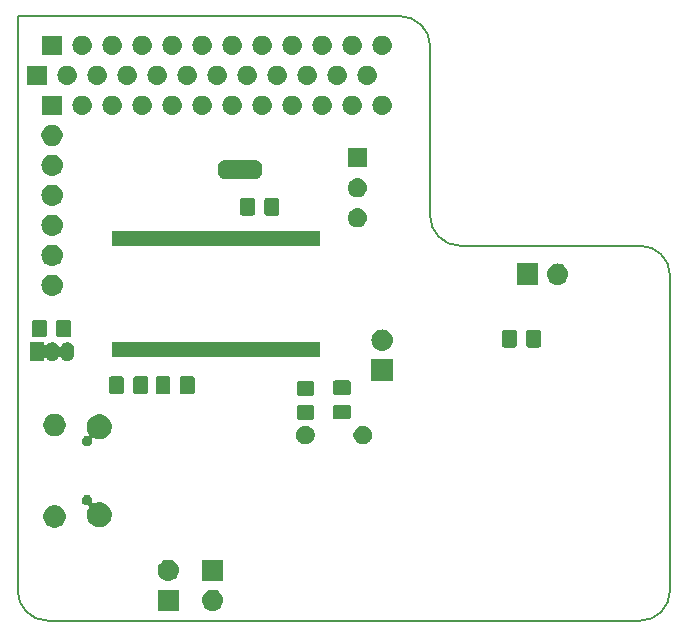
<source format=gbr>
%TF.GenerationSoftware,KiCad,Pcbnew,5.1.4-e60b266~84~ubuntu18.04.1*%
%TF.CreationDate,2019-10-23T15:02:04+02:00*%
%TF.ProjectId,ensaimedia,656e7361-696d-4656-9469-612e6b696361,rev?*%
%TF.SameCoordinates,Original*%
%TF.FileFunction,Soldermask,Bot*%
%TF.FilePolarity,Negative*%
%FSLAX46Y46*%
G04 Gerber Fmt 4.6, Leading zero omitted, Abs format (unit mm)*
G04 Created by KiCad (PCBNEW 5.1.4-e60b266~84~ubuntu18.04.1) date 2019-10-23 15:02:04*
%MOMM*%
%LPD*%
G04 APERTURE LIST*
%ADD10C,0.200000*%
%ADD11C,0.150000*%
G04 APERTURE END LIST*
D10*
X140970000Y-61214000D02*
X173355000Y-61214000D01*
X173355000Y-61214000D02*
G75*
G02X175895000Y-63754000I0J-2540000D01*
G01*
X193675000Y-80645000D02*
G75*
G02X196215000Y-83185000I0J-2540000D01*
G01*
X178435000Y-80645000D02*
X193675000Y-80645000D01*
X178435000Y-80645000D02*
G75*
G02X175895000Y-78105000I0J2540000D01*
G01*
X175895000Y-63754000D02*
X175895000Y-78105000D01*
X143510000Y-112395000D02*
G75*
G02X140970000Y-109855000I0J2540000D01*
G01*
X196215000Y-109855000D02*
G75*
G02X193675000Y-112395000I-2540000J0D01*
G01*
X140970000Y-109855000D02*
X140970000Y-61214000D01*
X193675000Y-112395000D02*
X143510000Y-112395000D01*
X196215000Y-83185000D02*
X196215000Y-109855000D01*
D11*
G36*
X157590443Y-109779895D02*
G01*
X157656627Y-109786413D01*
X157826466Y-109837933D01*
X157982991Y-109921598D01*
X158018729Y-109950928D01*
X158120186Y-110034190D01*
X158203448Y-110135647D01*
X158232778Y-110171385D01*
X158316443Y-110327910D01*
X158367963Y-110497749D01*
X158385359Y-110674376D01*
X158367963Y-110851003D01*
X158316443Y-111020842D01*
X158232778Y-111177367D01*
X158203448Y-111213105D01*
X158120186Y-111314562D01*
X158018729Y-111397824D01*
X157982991Y-111427154D01*
X157826466Y-111510819D01*
X157656627Y-111562339D01*
X157590442Y-111568858D01*
X157524260Y-111575376D01*
X157435740Y-111575376D01*
X157369558Y-111568858D01*
X157303373Y-111562339D01*
X157133534Y-111510819D01*
X156977009Y-111427154D01*
X156941271Y-111397824D01*
X156839814Y-111314562D01*
X156756552Y-111213105D01*
X156727222Y-111177367D01*
X156643557Y-111020842D01*
X156592037Y-110851003D01*
X156574641Y-110674376D01*
X156592037Y-110497749D01*
X156643557Y-110327910D01*
X156727222Y-110171385D01*
X156756552Y-110135647D01*
X156839814Y-110034190D01*
X156941271Y-109950928D01*
X156977009Y-109921598D01*
X157133534Y-109837933D01*
X157303373Y-109786413D01*
X157369557Y-109779895D01*
X157435740Y-109773376D01*
X157524260Y-109773376D01*
X157590443Y-109779895D01*
X157590443Y-109779895D01*
G37*
G36*
X154634526Y-111575376D02*
G01*
X152832526Y-111575376D01*
X152832526Y-109773376D01*
X154634526Y-109773376D01*
X154634526Y-111575376D01*
X154634526Y-111575376D01*
G37*
G36*
X153843969Y-107239895D02*
G01*
X153910153Y-107246413D01*
X154079992Y-107297933D01*
X154236517Y-107381598D01*
X154272255Y-107410928D01*
X154373712Y-107494190D01*
X154456974Y-107595647D01*
X154486304Y-107631385D01*
X154569969Y-107787910D01*
X154621489Y-107957749D01*
X154638885Y-108134376D01*
X154621489Y-108311003D01*
X154569969Y-108480842D01*
X154486304Y-108637367D01*
X154456974Y-108673105D01*
X154373712Y-108774562D01*
X154272255Y-108857824D01*
X154236517Y-108887154D01*
X154079992Y-108970819D01*
X153910153Y-109022339D01*
X153843969Y-109028857D01*
X153777786Y-109035376D01*
X153689266Y-109035376D01*
X153623083Y-109028857D01*
X153556899Y-109022339D01*
X153387060Y-108970819D01*
X153230535Y-108887154D01*
X153194797Y-108857824D01*
X153093340Y-108774562D01*
X153010078Y-108673105D01*
X152980748Y-108637367D01*
X152897083Y-108480842D01*
X152845563Y-108311003D01*
X152828167Y-108134376D01*
X152845563Y-107957749D01*
X152897083Y-107787910D01*
X152980748Y-107631385D01*
X153010078Y-107595647D01*
X153093340Y-107494190D01*
X153194797Y-107410928D01*
X153230535Y-107381598D01*
X153387060Y-107297933D01*
X153556899Y-107246413D01*
X153623083Y-107239895D01*
X153689266Y-107233376D01*
X153777786Y-107233376D01*
X153843969Y-107239895D01*
X153843969Y-107239895D01*
G37*
G36*
X158381000Y-109035376D02*
G01*
X156579000Y-109035376D01*
X156579000Y-107233376D01*
X158381000Y-107233376D01*
X158381000Y-109035376D01*
X158381000Y-109035376D01*
G37*
G36*
X144377395Y-102655546D02*
G01*
X144550466Y-102727234D01*
X144550467Y-102727235D01*
X144706227Y-102831310D01*
X144838690Y-102963773D01*
X144838691Y-102963775D01*
X144942766Y-103119534D01*
X145014454Y-103292605D01*
X145051000Y-103476333D01*
X145051000Y-103663667D01*
X145014454Y-103847395D01*
X144942766Y-104020466D01*
X144942765Y-104020467D01*
X144838690Y-104176227D01*
X144706227Y-104308690D01*
X144642331Y-104351384D01*
X144550466Y-104412766D01*
X144377395Y-104484454D01*
X144193667Y-104521000D01*
X144006333Y-104521000D01*
X143822605Y-104484454D01*
X143649534Y-104412766D01*
X143557669Y-104351384D01*
X143493773Y-104308690D01*
X143361310Y-104176227D01*
X143257235Y-104020467D01*
X143257234Y-104020466D01*
X143185546Y-103847395D01*
X143149000Y-103663667D01*
X143149000Y-103476333D01*
X143185546Y-103292605D01*
X143257234Y-103119534D01*
X143361309Y-102963775D01*
X143361310Y-102963773D01*
X143493773Y-102831310D01*
X143649533Y-102727235D01*
X143649534Y-102727234D01*
X143822605Y-102655546D01*
X144006333Y-102619000D01*
X144193667Y-102619000D01*
X144377395Y-102655546D01*
X144377395Y-102655546D01*
G37*
G36*
X146981552Y-101761331D02*
G01*
X147063627Y-101795328D01*
X147063629Y-101795329D01*
X147100813Y-101820175D01*
X147137495Y-101844685D01*
X147200315Y-101907505D01*
X147249672Y-101981373D01*
X147283669Y-102063448D01*
X147301000Y-102150579D01*
X147301000Y-102239421D01*
X147283521Y-102327294D01*
X147281119Y-102351680D01*
X147283521Y-102376066D01*
X147290634Y-102399515D01*
X147302185Y-102421126D01*
X147317730Y-102440068D01*
X147336672Y-102455613D01*
X147358283Y-102467164D01*
X147381732Y-102474277D01*
X147406118Y-102476679D01*
X147430504Y-102474277D01*
X147453953Y-102467164D01*
X147593435Y-102409389D01*
X147796484Y-102369000D01*
X148003516Y-102369000D01*
X148206564Y-102409389D01*
X148383060Y-102482496D01*
X148397835Y-102488616D01*
X148569973Y-102603635D01*
X148716365Y-102750027D01*
X148770677Y-102831310D01*
X148831385Y-102922167D01*
X148910611Y-103113436D01*
X148951000Y-103316484D01*
X148951000Y-103523516D01*
X148910611Y-103726564D01*
X148860561Y-103847395D01*
X148831384Y-103917835D01*
X148716365Y-104089973D01*
X148569973Y-104236365D01*
X148397835Y-104351384D01*
X148397834Y-104351385D01*
X148397833Y-104351385D01*
X148206564Y-104430611D01*
X148003516Y-104471000D01*
X147796484Y-104471000D01*
X147593436Y-104430611D01*
X147402167Y-104351385D01*
X147402166Y-104351385D01*
X147402165Y-104351384D01*
X147230027Y-104236365D01*
X147083635Y-104089973D01*
X146968616Y-103917835D01*
X146939439Y-103847395D01*
X146889389Y-103726564D01*
X146849000Y-103523516D01*
X146849000Y-103316484D01*
X146889389Y-103113436D01*
X146968615Y-102922167D01*
X147025144Y-102837565D01*
X147036695Y-102815954D01*
X147043808Y-102792505D01*
X147046210Y-102768119D01*
X147043808Y-102743733D01*
X147036695Y-102720284D01*
X147025144Y-102698673D01*
X147009599Y-102679731D01*
X146990657Y-102664186D01*
X146969046Y-102652635D01*
X146945597Y-102645522D01*
X146921211Y-102643120D01*
X146896829Y-102645521D01*
X146894420Y-102646000D01*
X146805579Y-102646000D01*
X146718448Y-102628669D01*
X146636373Y-102594672D01*
X146636372Y-102594672D01*
X146636371Y-102594671D01*
X146562504Y-102545314D01*
X146499686Y-102482496D01*
X146450329Y-102408629D01*
X146433914Y-102369000D01*
X146416331Y-102326552D01*
X146399000Y-102239421D01*
X146399000Y-102150579D01*
X146416331Y-102063448D01*
X146450328Y-101981373D01*
X146499685Y-101907505D01*
X146562505Y-101844685D01*
X146599187Y-101820175D01*
X146636371Y-101795329D01*
X146636373Y-101795328D01*
X146718448Y-101761331D01*
X146805579Y-101744000D01*
X146894421Y-101744000D01*
X146981552Y-101761331D01*
X146981552Y-101761331D01*
G37*
G36*
X148206564Y-94959389D02*
G01*
X148397833Y-95038615D01*
X148397835Y-95038616D01*
X148569973Y-95153635D01*
X148716365Y-95300027D01*
X148748106Y-95347530D01*
X148831385Y-95472167D01*
X148910611Y-95663436D01*
X148951000Y-95866484D01*
X148951000Y-96073516D01*
X148910611Y-96276564D01*
X148841108Y-96444359D01*
X148831384Y-96467835D01*
X148716365Y-96639973D01*
X148569973Y-96786365D01*
X148397835Y-96901384D01*
X148397834Y-96901385D01*
X148397833Y-96901385D01*
X148206564Y-96980611D01*
X148003516Y-97021000D01*
X147796484Y-97021000D01*
X147593435Y-96980611D01*
X147453953Y-96922836D01*
X147430504Y-96915723D01*
X147406118Y-96913321D01*
X147381731Y-96915723D01*
X147358283Y-96922836D01*
X147336672Y-96934387D01*
X147317730Y-96949933D01*
X147302185Y-96968875D01*
X147290634Y-96990485D01*
X147283521Y-97013934D01*
X147281119Y-97038320D01*
X147283521Y-97062706D01*
X147301000Y-97150579D01*
X147301000Y-97239421D01*
X147283669Y-97326552D01*
X147249672Y-97408627D01*
X147202650Y-97479001D01*
X147200314Y-97482496D01*
X147137496Y-97545314D01*
X147063629Y-97594671D01*
X147063628Y-97594672D01*
X147063627Y-97594672D01*
X146981552Y-97628669D01*
X146894421Y-97646000D01*
X146805579Y-97646000D01*
X146718448Y-97628669D01*
X146636373Y-97594672D01*
X146636372Y-97594672D01*
X146636371Y-97594671D01*
X146562504Y-97545314D01*
X146499686Y-97482496D01*
X146497351Y-97479001D01*
X146450328Y-97408627D01*
X146416331Y-97326552D01*
X146399000Y-97239421D01*
X146399000Y-97150579D01*
X146416331Y-97063448D01*
X146450328Y-96981373D01*
X146450838Y-96980610D01*
X146495799Y-96913321D01*
X146499685Y-96907505D01*
X146562505Y-96844685D01*
X146599187Y-96820175D01*
X146636371Y-96795329D01*
X146636373Y-96795328D01*
X146718448Y-96761331D01*
X146805579Y-96744000D01*
X146894420Y-96744000D01*
X146896829Y-96744479D01*
X146921213Y-96746880D01*
X146945599Y-96744478D01*
X146969048Y-96737364D01*
X146990658Y-96725813D01*
X147009600Y-96710267D01*
X147025145Y-96691325D01*
X147036696Y-96669714D01*
X147043809Y-96646265D01*
X147046210Y-96621879D01*
X147043808Y-96597493D01*
X147036694Y-96574044D01*
X147025144Y-96552435D01*
X146968615Y-96467833D01*
X146889389Y-96276564D01*
X146849000Y-96073516D01*
X146849000Y-95866484D01*
X146889389Y-95663436D01*
X146968615Y-95472167D01*
X147051895Y-95347530D01*
X147083635Y-95300027D01*
X147230027Y-95153635D01*
X147402165Y-95038616D01*
X147402167Y-95038615D01*
X147593436Y-94959389D01*
X147796484Y-94919000D01*
X148003516Y-94919000D01*
X148206564Y-94959389D01*
X148206564Y-94959389D01*
G37*
G36*
X165561723Y-95907782D02*
G01*
X165707495Y-95968163D01*
X165707497Y-95968164D01*
X165838689Y-96055823D01*
X165950259Y-96167393D01*
X166037918Y-96298585D01*
X166037919Y-96298587D01*
X166098300Y-96444359D01*
X166129081Y-96599108D01*
X166129081Y-96756894D01*
X166098300Y-96911643D01*
X166045828Y-97038320D01*
X166037918Y-97057417D01*
X165950259Y-97188609D01*
X165838689Y-97300179D01*
X165707497Y-97387838D01*
X165707496Y-97387839D01*
X165707495Y-97387839D01*
X165561723Y-97448220D01*
X165406974Y-97479001D01*
X165249188Y-97479001D01*
X165094439Y-97448220D01*
X164948667Y-97387839D01*
X164948666Y-97387839D01*
X164948665Y-97387838D01*
X164817473Y-97300179D01*
X164705903Y-97188609D01*
X164618244Y-97057417D01*
X164610334Y-97038320D01*
X164557862Y-96911643D01*
X164527081Y-96756894D01*
X164527081Y-96599108D01*
X164557862Y-96444359D01*
X164618243Y-96298587D01*
X164618244Y-96298585D01*
X164705903Y-96167393D01*
X164817473Y-96055823D01*
X164948665Y-95968164D01*
X164948667Y-95968163D01*
X165094439Y-95907782D01*
X165249188Y-95877001D01*
X165406974Y-95877001D01*
X165561723Y-95907782D01*
X165561723Y-95907782D01*
G37*
G36*
X170441723Y-95907782D02*
G01*
X170587495Y-95968163D01*
X170587497Y-95968164D01*
X170718689Y-96055823D01*
X170830259Y-96167393D01*
X170917918Y-96298585D01*
X170917919Y-96298587D01*
X170978300Y-96444359D01*
X171009081Y-96599108D01*
X171009081Y-96756894D01*
X170978300Y-96911643D01*
X170925828Y-97038320D01*
X170917918Y-97057417D01*
X170830259Y-97188609D01*
X170718689Y-97300179D01*
X170587497Y-97387838D01*
X170587496Y-97387839D01*
X170587495Y-97387839D01*
X170441723Y-97448220D01*
X170286974Y-97479001D01*
X170129188Y-97479001D01*
X169974439Y-97448220D01*
X169828667Y-97387839D01*
X169828666Y-97387839D01*
X169828665Y-97387838D01*
X169697473Y-97300179D01*
X169585903Y-97188609D01*
X169498244Y-97057417D01*
X169490334Y-97038320D01*
X169437862Y-96911643D01*
X169407081Y-96756894D01*
X169407081Y-96599108D01*
X169437862Y-96444359D01*
X169498243Y-96298587D01*
X169498244Y-96298585D01*
X169585903Y-96167393D01*
X169697473Y-96055823D01*
X169828665Y-95968164D01*
X169828667Y-95968163D01*
X169974439Y-95907782D01*
X170129188Y-95877001D01*
X170286974Y-95877001D01*
X170441723Y-95907782D01*
X170441723Y-95907782D01*
G37*
G36*
X144377395Y-94905546D02*
G01*
X144550466Y-94977234D01*
X144550467Y-94977235D01*
X144706227Y-95081310D01*
X144838690Y-95213773D01*
X144877113Y-95271278D01*
X144942766Y-95369534D01*
X145014454Y-95542605D01*
X145051000Y-95726333D01*
X145051000Y-95913667D01*
X145014454Y-96097395D01*
X144942766Y-96270466D01*
X144923977Y-96298585D01*
X144838690Y-96426227D01*
X144706227Y-96558690D01*
X144683248Y-96574044D01*
X144550466Y-96662766D01*
X144377395Y-96734454D01*
X144193667Y-96771000D01*
X144006333Y-96771000D01*
X143822605Y-96734454D01*
X143649534Y-96662766D01*
X143516752Y-96574044D01*
X143493773Y-96558690D01*
X143361310Y-96426227D01*
X143276023Y-96298585D01*
X143257234Y-96270466D01*
X143185546Y-96097395D01*
X143149000Y-95913667D01*
X143149000Y-95726333D01*
X143185546Y-95542605D01*
X143257234Y-95369534D01*
X143322887Y-95271278D01*
X143361310Y-95213773D01*
X143493773Y-95081310D01*
X143649533Y-94977235D01*
X143649534Y-94977234D01*
X143822605Y-94905546D01*
X144006333Y-94869000D01*
X144193667Y-94869000D01*
X144377395Y-94905546D01*
X144377395Y-94905546D01*
G37*
G36*
X165927434Y-94144705D02*
G01*
X165965127Y-94156139D01*
X165999863Y-94174706D01*
X166030308Y-94199692D01*
X166055294Y-94230137D01*
X166073861Y-94264873D01*
X166085295Y-94302566D01*
X166089760Y-94347901D01*
X166089760Y-95184579D01*
X166085295Y-95229914D01*
X166073861Y-95267607D01*
X166055294Y-95302343D01*
X166030308Y-95332788D01*
X165999863Y-95357774D01*
X165965127Y-95376341D01*
X165927434Y-95387775D01*
X165882099Y-95392240D01*
X164795421Y-95392240D01*
X164750086Y-95387775D01*
X164712393Y-95376341D01*
X164677657Y-95357774D01*
X164647212Y-95332788D01*
X164622226Y-95302343D01*
X164603659Y-95267607D01*
X164592225Y-95229914D01*
X164587760Y-95184579D01*
X164587760Y-94347901D01*
X164592225Y-94302566D01*
X164603659Y-94264873D01*
X164622226Y-94230137D01*
X164647212Y-94199692D01*
X164677657Y-94174706D01*
X164712393Y-94156139D01*
X164750086Y-94144705D01*
X164795421Y-94140240D01*
X165882099Y-94140240D01*
X165927434Y-94144705D01*
X165927434Y-94144705D01*
G37*
G36*
X169005914Y-94105225D02*
G01*
X169043607Y-94116659D01*
X169078343Y-94135226D01*
X169108788Y-94160212D01*
X169133774Y-94190657D01*
X169152341Y-94225393D01*
X169163775Y-94263086D01*
X169168240Y-94308421D01*
X169168240Y-95145099D01*
X169163775Y-95190434D01*
X169152341Y-95228127D01*
X169133774Y-95262863D01*
X169108788Y-95293308D01*
X169078343Y-95318294D01*
X169043607Y-95336861D01*
X169005914Y-95348295D01*
X168960579Y-95352760D01*
X167873901Y-95352760D01*
X167828566Y-95348295D01*
X167790873Y-95336861D01*
X167756137Y-95318294D01*
X167725692Y-95293308D01*
X167700706Y-95262863D01*
X167682139Y-95228127D01*
X167670705Y-95190434D01*
X167666240Y-95145099D01*
X167666240Y-94308421D01*
X167670705Y-94263086D01*
X167682139Y-94225393D01*
X167700706Y-94190657D01*
X167725692Y-94160212D01*
X167756137Y-94135226D01*
X167790873Y-94116659D01*
X167828566Y-94105225D01*
X167873901Y-94100760D01*
X168960579Y-94100760D01*
X169005914Y-94105225D01*
X169005914Y-94105225D01*
G37*
G36*
X165927434Y-92094705D02*
G01*
X165965127Y-92106139D01*
X165999863Y-92124706D01*
X166030308Y-92149692D01*
X166055294Y-92180137D01*
X166073861Y-92214873D01*
X166085295Y-92252566D01*
X166089760Y-92297901D01*
X166089760Y-93134579D01*
X166085295Y-93179914D01*
X166073861Y-93217607D01*
X166055294Y-93252343D01*
X166030308Y-93282788D01*
X165999863Y-93307774D01*
X165965127Y-93326341D01*
X165927434Y-93337775D01*
X165882099Y-93342240D01*
X164795421Y-93342240D01*
X164750086Y-93337775D01*
X164712393Y-93326341D01*
X164677657Y-93307774D01*
X164647212Y-93282788D01*
X164622226Y-93252343D01*
X164603659Y-93217607D01*
X164592225Y-93179914D01*
X164587760Y-93134579D01*
X164587760Y-92297901D01*
X164592225Y-92252566D01*
X164603659Y-92214873D01*
X164622226Y-92180137D01*
X164647212Y-92149692D01*
X164677657Y-92124706D01*
X164712393Y-92106139D01*
X164750086Y-92094705D01*
X164795421Y-92090240D01*
X165882099Y-92090240D01*
X165927434Y-92094705D01*
X165927434Y-92094705D01*
G37*
G36*
X169005914Y-92055225D02*
G01*
X169043607Y-92066659D01*
X169078343Y-92085226D01*
X169108788Y-92110212D01*
X169133774Y-92140657D01*
X169152341Y-92175393D01*
X169163775Y-92213086D01*
X169168240Y-92258421D01*
X169168240Y-93095099D01*
X169163775Y-93140434D01*
X169152341Y-93178127D01*
X169133774Y-93212863D01*
X169108788Y-93243308D01*
X169078343Y-93268294D01*
X169043607Y-93286861D01*
X169005914Y-93298295D01*
X168960579Y-93302760D01*
X167873901Y-93302760D01*
X167828566Y-93298295D01*
X167790873Y-93286861D01*
X167756137Y-93268294D01*
X167725692Y-93243308D01*
X167700706Y-93212863D01*
X167682139Y-93178127D01*
X167670705Y-93140434D01*
X167666240Y-93095099D01*
X167666240Y-92258421D01*
X167670705Y-92213086D01*
X167682139Y-92175393D01*
X167700706Y-92140657D01*
X167725692Y-92110212D01*
X167756137Y-92085226D01*
X167790873Y-92066659D01*
X167828566Y-92055225D01*
X167873901Y-92050760D01*
X168960579Y-92050760D01*
X169005914Y-92055225D01*
X169005914Y-92055225D01*
G37*
G36*
X153743674Y-91709465D02*
G01*
X153781367Y-91720899D01*
X153816103Y-91739466D01*
X153846548Y-91764452D01*
X153871534Y-91794897D01*
X153890101Y-91829633D01*
X153901535Y-91867326D01*
X153906000Y-91912661D01*
X153906000Y-92999339D01*
X153901535Y-93044674D01*
X153890101Y-93082367D01*
X153871534Y-93117103D01*
X153846548Y-93147548D01*
X153816103Y-93172534D01*
X153781367Y-93191101D01*
X153743674Y-93202535D01*
X153698339Y-93207000D01*
X152861661Y-93207000D01*
X152816326Y-93202535D01*
X152778633Y-93191101D01*
X152743897Y-93172534D01*
X152713452Y-93147548D01*
X152688466Y-93117103D01*
X152669899Y-93082367D01*
X152658465Y-93044674D01*
X152654000Y-92999339D01*
X152654000Y-91912661D01*
X152658465Y-91867326D01*
X152669899Y-91829633D01*
X152688466Y-91794897D01*
X152713452Y-91764452D01*
X152743897Y-91739466D01*
X152778633Y-91720899D01*
X152816326Y-91709465D01*
X152861661Y-91705000D01*
X153698339Y-91705000D01*
X153743674Y-91709465D01*
X153743674Y-91709465D01*
G37*
G36*
X155793674Y-91709465D02*
G01*
X155831367Y-91720899D01*
X155866103Y-91739466D01*
X155896548Y-91764452D01*
X155921534Y-91794897D01*
X155940101Y-91829633D01*
X155951535Y-91867326D01*
X155956000Y-91912661D01*
X155956000Y-92999339D01*
X155951535Y-93044674D01*
X155940101Y-93082367D01*
X155921534Y-93117103D01*
X155896548Y-93147548D01*
X155866103Y-93172534D01*
X155831367Y-93191101D01*
X155793674Y-93202535D01*
X155748339Y-93207000D01*
X154911661Y-93207000D01*
X154866326Y-93202535D01*
X154828633Y-93191101D01*
X154793897Y-93172534D01*
X154763452Y-93147548D01*
X154738466Y-93117103D01*
X154719899Y-93082367D01*
X154708465Y-93044674D01*
X154704000Y-92999339D01*
X154704000Y-91912661D01*
X154708465Y-91867326D01*
X154719899Y-91829633D01*
X154738466Y-91794897D01*
X154763452Y-91764452D01*
X154793897Y-91739466D01*
X154828633Y-91720899D01*
X154866326Y-91709465D01*
X154911661Y-91705000D01*
X155748339Y-91705000D01*
X155793674Y-91709465D01*
X155793674Y-91709465D01*
G37*
G36*
X149806674Y-91709465D02*
G01*
X149844367Y-91720899D01*
X149879103Y-91739466D01*
X149909548Y-91764452D01*
X149934534Y-91794897D01*
X149953101Y-91829633D01*
X149964535Y-91867326D01*
X149969000Y-91912661D01*
X149969000Y-92999339D01*
X149964535Y-93044674D01*
X149953101Y-93082367D01*
X149934534Y-93117103D01*
X149909548Y-93147548D01*
X149879103Y-93172534D01*
X149844367Y-93191101D01*
X149806674Y-93202535D01*
X149761339Y-93207000D01*
X148924661Y-93207000D01*
X148879326Y-93202535D01*
X148841633Y-93191101D01*
X148806897Y-93172534D01*
X148776452Y-93147548D01*
X148751466Y-93117103D01*
X148732899Y-93082367D01*
X148721465Y-93044674D01*
X148717000Y-92999339D01*
X148717000Y-91912661D01*
X148721465Y-91867326D01*
X148732899Y-91829633D01*
X148751466Y-91794897D01*
X148776452Y-91764452D01*
X148806897Y-91739466D01*
X148841633Y-91720899D01*
X148879326Y-91709465D01*
X148924661Y-91705000D01*
X149761339Y-91705000D01*
X149806674Y-91709465D01*
X149806674Y-91709465D01*
G37*
G36*
X151856674Y-91709465D02*
G01*
X151894367Y-91720899D01*
X151929103Y-91739466D01*
X151959548Y-91764452D01*
X151984534Y-91794897D01*
X152003101Y-91829633D01*
X152014535Y-91867326D01*
X152019000Y-91912661D01*
X152019000Y-92999339D01*
X152014535Y-93044674D01*
X152003101Y-93082367D01*
X151984534Y-93117103D01*
X151959548Y-93147548D01*
X151929103Y-93172534D01*
X151894367Y-93191101D01*
X151856674Y-93202535D01*
X151811339Y-93207000D01*
X150974661Y-93207000D01*
X150929326Y-93202535D01*
X150891633Y-93191101D01*
X150856897Y-93172534D01*
X150826452Y-93147548D01*
X150801466Y-93117103D01*
X150782899Y-93082367D01*
X150771465Y-93044674D01*
X150767000Y-92999339D01*
X150767000Y-91912661D01*
X150771465Y-91867326D01*
X150782899Y-91829633D01*
X150801466Y-91794897D01*
X150826452Y-91764452D01*
X150856897Y-91739466D01*
X150891633Y-91720899D01*
X150929326Y-91709465D01*
X150974661Y-91705000D01*
X151811339Y-91705000D01*
X151856674Y-91709465D01*
X151856674Y-91709465D01*
G37*
G36*
X172732000Y-92087000D02*
G01*
X170930000Y-92087000D01*
X170930000Y-90285000D01*
X172732000Y-90285000D01*
X172732000Y-92087000D01*
X172732000Y-92087000D01*
G37*
G36*
X145286615Y-88831234D02*
G01*
X145395191Y-88864171D01*
X145395194Y-88864172D01*
X145431300Y-88883471D01*
X145495256Y-88917656D01*
X145582964Y-88989636D01*
X145654944Y-89077343D01*
X145689129Y-89141299D01*
X145708428Y-89177405D01*
X145708429Y-89177408D01*
X145741366Y-89285984D01*
X145749700Y-89370602D01*
X145749700Y-89877197D01*
X145741366Y-89961816D01*
X145708952Y-90068667D01*
X145708428Y-90070395D01*
X145698461Y-90089041D01*
X145654944Y-90170457D01*
X145582964Y-90258164D01*
X145495257Y-90330144D01*
X145431301Y-90364329D01*
X145395195Y-90383628D01*
X145395192Y-90383629D01*
X145286616Y-90416566D01*
X145173700Y-90427687D01*
X145060785Y-90416566D01*
X144952209Y-90383629D01*
X144952206Y-90383628D01*
X144916100Y-90364329D01*
X144852144Y-90330144D01*
X144764437Y-90258164D01*
X144692457Y-90170457D01*
X144648939Y-90089041D01*
X144635325Y-90068666D01*
X144617998Y-90051339D01*
X144597624Y-90037726D01*
X144574985Y-90028348D01*
X144550952Y-90023568D01*
X144526448Y-90023568D01*
X144502415Y-90028348D01*
X144479776Y-90037726D01*
X144459401Y-90051340D01*
X144442074Y-90068667D01*
X144428461Y-90089041D01*
X144384944Y-90170457D01*
X144312964Y-90258164D01*
X144225257Y-90330144D01*
X144161301Y-90364329D01*
X144125195Y-90383628D01*
X144125192Y-90383629D01*
X144016616Y-90416566D01*
X143903700Y-90427687D01*
X143790785Y-90416566D01*
X143682209Y-90383629D01*
X143682206Y-90383628D01*
X143646100Y-90364329D01*
X143582144Y-90330144D01*
X143494437Y-90258164D01*
X143431322Y-90181259D01*
X143413997Y-90163934D01*
X143393623Y-90150320D01*
X143370984Y-90140943D01*
X143346950Y-90136163D01*
X143322446Y-90136163D01*
X143298413Y-90140944D01*
X143275774Y-90150321D01*
X143255400Y-90163935D01*
X143238073Y-90181262D01*
X143224459Y-90201636D01*
X143215082Y-90224275D01*
X143209700Y-90260560D01*
X143209700Y-90424900D01*
X142057700Y-90424900D01*
X142057700Y-88822900D01*
X143209700Y-88822900D01*
X143209700Y-88987241D01*
X143212102Y-89011627D01*
X143219215Y-89035076D01*
X143230766Y-89056687D01*
X143246311Y-89075629D01*
X143265253Y-89091174D01*
X143286864Y-89102725D01*
X143310313Y-89109838D01*
X143334699Y-89112240D01*
X143359085Y-89109838D01*
X143382534Y-89102725D01*
X143404145Y-89091174D01*
X143423087Y-89075629D01*
X143431308Y-89066557D01*
X143494436Y-88989636D01*
X143582143Y-88917656D01*
X143646099Y-88883471D01*
X143682205Y-88864172D01*
X143682208Y-88864171D01*
X143790784Y-88831234D01*
X143903700Y-88820113D01*
X144016615Y-88831234D01*
X144125191Y-88864171D01*
X144125194Y-88864172D01*
X144161300Y-88883471D01*
X144225256Y-88917656D01*
X144312964Y-88989636D01*
X144384944Y-89077343D01*
X144421303Y-89145367D01*
X144428461Y-89158759D01*
X144442075Y-89179134D01*
X144459402Y-89196461D01*
X144479776Y-89210074D01*
X144502415Y-89219452D01*
X144526448Y-89224232D01*
X144550952Y-89224232D01*
X144574985Y-89219452D01*
X144597624Y-89210074D01*
X144617999Y-89196460D01*
X144635326Y-89179133D01*
X144648939Y-89158760D01*
X144692456Y-89077344D01*
X144764436Y-88989636D01*
X144852143Y-88917656D01*
X144916099Y-88883471D01*
X144952205Y-88864172D01*
X144952208Y-88864171D01*
X145060784Y-88831234D01*
X145173700Y-88820113D01*
X145286615Y-88831234D01*
X145286615Y-88831234D01*
G37*
G36*
X166604527Y-90070375D02*
G01*
X148957527Y-90070375D01*
X148957527Y-88768375D01*
X166604527Y-88768375D01*
X166604527Y-90070375D01*
X166604527Y-90070375D01*
G37*
G36*
X171941442Y-87751518D02*
G01*
X172007627Y-87758037D01*
X172177466Y-87809557D01*
X172333991Y-87893222D01*
X172369729Y-87922552D01*
X172471186Y-88005814D01*
X172554448Y-88107271D01*
X172583778Y-88143009D01*
X172583779Y-88143011D01*
X172659909Y-88285438D01*
X172667443Y-88299534D01*
X172718963Y-88469373D01*
X172736359Y-88646000D01*
X172718963Y-88822627D01*
X172706360Y-88864172D01*
X172667442Y-88992468D01*
X172657201Y-89011627D01*
X172583778Y-89148991D01*
X172560456Y-89177409D01*
X172471186Y-89286186D01*
X172369729Y-89369448D01*
X172333991Y-89398778D01*
X172177466Y-89482443D01*
X172007627Y-89533963D01*
X171941442Y-89540482D01*
X171875260Y-89547000D01*
X171786740Y-89547000D01*
X171720558Y-89540482D01*
X171654373Y-89533963D01*
X171484534Y-89482443D01*
X171328009Y-89398778D01*
X171292271Y-89369448D01*
X171190814Y-89286186D01*
X171101544Y-89177409D01*
X171078222Y-89148991D01*
X171004799Y-89011627D01*
X170994558Y-88992468D01*
X170955640Y-88864172D01*
X170943037Y-88822627D01*
X170925641Y-88646000D01*
X170943037Y-88469373D01*
X170994557Y-88299534D01*
X171002092Y-88285438D01*
X171078221Y-88143011D01*
X171078222Y-88143009D01*
X171107552Y-88107271D01*
X171190814Y-88005814D01*
X171292271Y-87922552D01*
X171328009Y-87893222D01*
X171484534Y-87809557D01*
X171654373Y-87758037D01*
X171720558Y-87751518D01*
X171786740Y-87745000D01*
X171875260Y-87745000D01*
X171941442Y-87751518D01*
X171941442Y-87751518D01*
G37*
G36*
X185130674Y-87772465D02*
G01*
X185168367Y-87783899D01*
X185203103Y-87802466D01*
X185233548Y-87827452D01*
X185258534Y-87857897D01*
X185277101Y-87892633D01*
X185288535Y-87930326D01*
X185293000Y-87975661D01*
X185293000Y-89062339D01*
X185288535Y-89107674D01*
X185277101Y-89145367D01*
X185258534Y-89180103D01*
X185233548Y-89210548D01*
X185203103Y-89235534D01*
X185168367Y-89254101D01*
X185130674Y-89265535D01*
X185085339Y-89270000D01*
X184248661Y-89270000D01*
X184203326Y-89265535D01*
X184165633Y-89254101D01*
X184130897Y-89235534D01*
X184100452Y-89210548D01*
X184075466Y-89180103D01*
X184056899Y-89145367D01*
X184045465Y-89107674D01*
X184041000Y-89062339D01*
X184041000Y-87975661D01*
X184045465Y-87930326D01*
X184056899Y-87892633D01*
X184075466Y-87857897D01*
X184100452Y-87827452D01*
X184130897Y-87802466D01*
X184165633Y-87783899D01*
X184203326Y-87772465D01*
X184248661Y-87768000D01*
X185085339Y-87768000D01*
X185130674Y-87772465D01*
X185130674Y-87772465D01*
G37*
G36*
X183080674Y-87772465D02*
G01*
X183118367Y-87783899D01*
X183153103Y-87802466D01*
X183183548Y-87827452D01*
X183208534Y-87857897D01*
X183227101Y-87892633D01*
X183238535Y-87930326D01*
X183243000Y-87975661D01*
X183243000Y-89062339D01*
X183238535Y-89107674D01*
X183227101Y-89145367D01*
X183208534Y-89180103D01*
X183183548Y-89210548D01*
X183153103Y-89235534D01*
X183118367Y-89254101D01*
X183080674Y-89265535D01*
X183035339Y-89270000D01*
X182198661Y-89270000D01*
X182153326Y-89265535D01*
X182115633Y-89254101D01*
X182080897Y-89235534D01*
X182050452Y-89210548D01*
X182025466Y-89180103D01*
X182006899Y-89145367D01*
X181995465Y-89107674D01*
X181991000Y-89062339D01*
X181991000Y-87975661D01*
X181995465Y-87930326D01*
X182006899Y-87892633D01*
X182025466Y-87857897D01*
X182050452Y-87827452D01*
X182080897Y-87802466D01*
X182115633Y-87783899D01*
X182153326Y-87772465D01*
X182198661Y-87768000D01*
X183035339Y-87768000D01*
X183080674Y-87772465D01*
X183080674Y-87772465D01*
G37*
G36*
X143282574Y-86908865D02*
G01*
X143320267Y-86920299D01*
X143355003Y-86938866D01*
X143385448Y-86963852D01*
X143410434Y-86994297D01*
X143429001Y-87029033D01*
X143440435Y-87066726D01*
X143444900Y-87112061D01*
X143444900Y-88198739D01*
X143440435Y-88244074D01*
X143429001Y-88281767D01*
X143410434Y-88316503D01*
X143385448Y-88346948D01*
X143355003Y-88371934D01*
X143320267Y-88390501D01*
X143282574Y-88401935D01*
X143237239Y-88406400D01*
X142400561Y-88406400D01*
X142355226Y-88401935D01*
X142317533Y-88390501D01*
X142282797Y-88371934D01*
X142252352Y-88346948D01*
X142227366Y-88316503D01*
X142208799Y-88281767D01*
X142197365Y-88244074D01*
X142192900Y-88198739D01*
X142192900Y-87112061D01*
X142197365Y-87066726D01*
X142208799Y-87029033D01*
X142227366Y-86994297D01*
X142252352Y-86963852D01*
X142282797Y-86938866D01*
X142317533Y-86920299D01*
X142355226Y-86908865D01*
X142400561Y-86904400D01*
X143237239Y-86904400D01*
X143282574Y-86908865D01*
X143282574Y-86908865D01*
G37*
G36*
X145332574Y-86908865D02*
G01*
X145370267Y-86920299D01*
X145405003Y-86938866D01*
X145435448Y-86963852D01*
X145460434Y-86994297D01*
X145479001Y-87029033D01*
X145490435Y-87066726D01*
X145494900Y-87112061D01*
X145494900Y-88198739D01*
X145490435Y-88244074D01*
X145479001Y-88281767D01*
X145460434Y-88316503D01*
X145435448Y-88346948D01*
X145405003Y-88371934D01*
X145370267Y-88390501D01*
X145332574Y-88401935D01*
X145287239Y-88406400D01*
X144450561Y-88406400D01*
X144405226Y-88401935D01*
X144367533Y-88390501D01*
X144332797Y-88371934D01*
X144302352Y-88346948D01*
X144277366Y-88316503D01*
X144258799Y-88281767D01*
X144247365Y-88244074D01*
X144242900Y-88198739D01*
X144242900Y-87112061D01*
X144247365Y-87066726D01*
X144258799Y-87029033D01*
X144277366Y-86994297D01*
X144302352Y-86963852D01*
X144332797Y-86938866D01*
X144367533Y-86920299D01*
X144405226Y-86908865D01*
X144450561Y-86904400D01*
X145287239Y-86904400D01*
X145332574Y-86908865D01*
X145332574Y-86908865D01*
G37*
G36*
X144001469Y-83109895D02*
G01*
X144067653Y-83116413D01*
X144237492Y-83167933D01*
X144394017Y-83251598D01*
X144429755Y-83280928D01*
X144531212Y-83364190D01*
X144614474Y-83465647D01*
X144643804Y-83501385D01*
X144727469Y-83657910D01*
X144778989Y-83827749D01*
X144796385Y-84004376D01*
X144778989Y-84181003D01*
X144727469Y-84350842D01*
X144643804Y-84507367D01*
X144614474Y-84543105D01*
X144531212Y-84644562D01*
X144429755Y-84727824D01*
X144394017Y-84757154D01*
X144237492Y-84840819D01*
X144067653Y-84892339D01*
X144001469Y-84898857D01*
X143935286Y-84905376D01*
X143846766Y-84905376D01*
X143780583Y-84898857D01*
X143714399Y-84892339D01*
X143544560Y-84840819D01*
X143388035Y-84757154D01*
X143352297Y-84727824D01*
X143250840Y-84644562D01*
X143167578Y-84543105D01*
X143138248Y-84507367D01*
X143054583Y-84350842D01*
X143003063Y-84181003D01*
X142985667Y-84004376D01*
X143003063Y-83827749D01*
X143054583Y-83657910D01*
X143138248Y-83501385D01*
X143167578Y-83465647D01*
X143250840Y-83364190D01*
X143352297Y-83280928D01*
X143388035Y-83251598D01*
X143544560Y-83167933D01*
X143714399Y-83116413D01*
X143780583Y-83109895D01*
X143846766Y-83103376D01*
X143935286Y-83103376D01*
X144001469Y-83109895D01*
X144001469Y-83109895D01*
G37*
G36*
X185051000Y-83959000D02*
G01*
X183249000Y-83959000D01*
X183249000Y-82157000D01*
X185051000Y-82157000D01*
X185051000Y-83959000D01*
X185051000Y-83959000D01*
G37*
G36*
X186800442Y-82163518D02*
G01*
X186866627Y-82170037D01*
X187036466Y-82221557D01*
X187192991Y-82305222D01*
X187228729Y-82334552D01*
X187330186Y-82417814D01*
X187413448Y-82519271D01*
X187442778Y-82555009D01*
X187526443Y-82711534D01*
X187577963Y-82881373D01*
X187595359Y-83058000D01*
X187577963Y-83234627D01*
X187526443Y-83404466D01*
X187442778Y-83560991D01*
X187413448Y-83596729D01*
X187330186Y-83698186D01*
X187228729Y-83781448D01*
X187192991Y-83810778D01*
X187036466Y-83894443D01*
X186866627Y-83945963D01*
X186800442Y-83952482D01*
X186734260Y-83959000D01*
X186645740Y-83959000D01*
X186579558Y-83952482D01*
X186513373Y-83945963D01*
X186343534Y-83894443D01*
X186187009Y-83810778D01*
X186151271Y-83781448D01*
X186049814Y-83698186D01*
X185966552Y-83596729D01*
X185937222Y-83560991D01*
X185853557Y-83404466D01*
X185802037Y-83234627D01*
X185784641Y-83058000D01*
X185802037Y-82881373D01*
X185853557Y-82711534D01*
X185937222Y-82555009D01*
X185966552Y-82519271D01*
X186049814Y-82417814D01*
X186151271Y-82334552D01*
X186187009Y-82305222D01*
X186343534Y-82221557D01*
X186513373Y-82170037D01*
X186579558Y-82163518D01*
X186645740Y-82157000D01*
X186734260Y-82157000D01*
X186800442Y-82163518D01*
X186800442Y-82163518D01*
G37*
G36*
X144001468Y-80569894D02*
G01*
X144067653Y-80576413D01*
X144237492Y-80627933D01*
X144394017Y-80711598D01*
X144429755Y-80740928D01*
X144531212Y-80824190D01*
X144614474Y-80925647D01*
X144643804Y-80961385D01*
X144727469Y-81117910D01*
X144778989Y-81287749D01*
X144796385Y-81464376D01*
X144778989Y-81641003D01*
X144727469Y-81810842D01*
X144643804Y-81967367D01*
X144614474Y-82003105D01*
X144531212Y-82104562D01*
X144451429Y-82170037D01*
X144394017Y-82217154D01*
X144237492Y-82300819D01*
X144067653Y-82352339D01*
X144001469Y-82358857D01*
X143935286Y-82365376D01*
X143846766Y-82365376D01*
X143780583Y-82358857D01*
X143714399Y-82352339D01*
X143544560Y-82300819D01*
X143388035Y-82217154D01*
X143330623Y-82170037D01*
X143250840Y-82104562D01*
X143167578Y-82003105D01*
X143138248Y-81967367D01*
X143054583Y-81810842D01*
X143003063Y-81641003D01*
X142985667Y-81464376D01*
X143003063Y-81287749D01*
X143054583Y-81117910D01*
X143138248Y-80961385D01*
X143167578Y-80925647D01*
X143250840Y-80824190D01*
X143352297Y-80740928D01*
X143388035Y-80711598D01*
X143544560Y-80627933D01*
X143714399Y-80576413D01*
X143780584Y-80569894D01*
X143846766Y-80563376D01*
X143935286Y-80563376D01*
X144001468Y-80569894D01*
X144001468Y-80569894D01*
G37*
G36*
X166604527Y-80670375D02*
G01*
X148957527Y-80670375D01*
X148957527Y-79368375D01*
X166604527Y-79368375D01*
X166604527Y-80670375D01*
X166604527Y-80670375D01*
G37*
G36*
X144001469Y-78029895D02*
G01*
X144067653Y-78036413D01*
X144237492Y-78087933D01*
X144394017Y-78171598D01*
X144429755Y-78200928D01*
X144531212Y-78284190D01*
X144614474Y-78385647D01*
X144643804Y-78421385D01*
X144727469Y-78577910D01*
X144778989Y-78747749D01*
X144796385Y-78924376D01*
X144778989Y-79101003D01*
X144727469Y-79270842D01*
X144643804Y-79427367D01*
X144614474Y-79463105D01*
X144531212Y-79564562D01*
X144429755Y-79647824D01*
X144394017Y-79677154D01*
X144237492Y-79760819D01*
X144067653Y-79812339D01*
X144001468Y-79818858D01*
X143935286Y-79825376D01*
X143846766Y-79825376D01*
X143780584Y-79818858D01*
X143714399Y-79812339D01*
X143544560Y-79760819D01*
X143388035Y-79677154D01*
X143352297Y-79647824D01*
X143250840Y-79564562D01*
X143167578Y-79463105D01*
X143138248Y-79427367D01*
X143054583Y-79270842D01*
X143003063Y-79101003D01*
X142985667Y-78924376D01*
X143003063Y-78747749D01*
X143054583Y-78577910D01*
X143138248Y-78421385D01*
X143167578Y-78385647D01*
X143250840Y-78284190D01*
X143352297Y-78200928D01*
X143388035Y-78171598D01*
X143544560Y-78087933D01*
X143714399Y-78036413D01*
X143780583Y-78029895D01*
X143846766Y-78023376D01*
X143935286Y-78023376D01*
X144001469Y-78029895D01*
X144001469Y-78029895D01*
G37*
G36*
X169827947Y-77473721D02*
G01*
X169907576Y-77481564D01*
X170060827Y-77528052D01*
X170060830Y-77528053D01*
X170202063Y-77603544D01*
X170325859Y-77705141D01*
X170427456Y-77828937D01*
X170502947Y-77970170D01*
X170502948Y-77970173D01*
X170549436Y-78123424D01*
X170565133Y-78282800D01*
X170549436Y-78442176D01*
X170508262Y-78577908D01*
X170502947Y-78595430D01*
X170427456Y-78736663D01*
X170325859Y-78860459D01*
X170202063Y-78962056D01*
X170060830Y-79037547D01*
X170060827Y-79037548D01*
X169907576Y-79084036D01*
X169827947Y-79091879D01*
X169788134Y-79095800D01*
X169708266Y-79095800D01*
X169668453Y-79091879D01*
X169588824Y-79084036D01*
X169435573Y-79037548D01*
X169435570Y-79037547D01*
X169294337Y-78962056D01*
X169170541Y-78860459D01*
X169068944Y-78736663D01*
X168993453Y-78595430D01*
X168988138Y-78577908D01*
X168946964Y-78442176D01*
X168931267Y-78282800D01*
X168946964Y-78123424D01*
X168993452Y-77970173D01*
X168993453Y-77970170D01*
X169068944Y-77828937D01*
X169170541Y-77705141D01*
X169294337Y-77603544D01*
X169435570Y-77528053D01*
X169435573Y-77528052D01*
X169588824Y-77481564D01*
X169668453Y-77473721D01*
X169708266Y-77469800D01*
X169788134Y-77469800D01*
X169827947Y-77473721D01*
X169827947Y-77473721D01*
G37*
G36*
X162952701Y-76606840D02*
G01*
X162990394Y-76618274D01*
X163025130Y-76636841D01*
X163055575Y-76661827D01*
X163080561Y-76692272D01*
X163099128Y-76727008D01*
X163110562Y-76764701D01*
X163115027Y-76810036D01*
X163115027Y-77896714D01*
X163110562Y-77942049D01*
X163099128Y-77979742D01*
X163080561Y-78014478D01*
X163055575Y-78044923D01*
X163025130Y-78069909D01*
X162990394Y-78088476D01*
X162952701Y-78099910D01*
X162907366Y-78104375D01*
X162070688Y-78104375D01*
X162025353Y-78099910D01*
X161987660Y-78088476D01*
X161952924Y-78069909D01*
X161922479Y-78044923D01*
X161897493Y-78014478D01*
X161878926Y-77979742D01*
X161867492Y-77942049D01*
X161863027Y-77896714D01*
X161863027Y-76810036D01*
X161867492Y-76764701D01*
X161878926Y-76727008D01*
X161897493Y-76692272D01*
X161922479Y-76661827D01*
X161952924Y-76636841D01*
X161987660Y-76618274D01*
X162025353Y-76606840D01*
X162070688Y-76602375D01*
X162907366Y-76602375D01*
X162952701Y-76606840D01*
X162952701Y-76606840D01*
G37*
G36*
X160902701Y-76606840D02*
G01*
X160940394Y-76618274D01*
X160975130Y-76636841D01*
X161005575Y-76661827D01*
X161030561Y-76692272D01*
X161049128Y-76727008D01*
X161060562Y-76764701D01*
X161065027Y-76810036D01*
X161065027Y-77896714D01*
X161060562Y-77942049D01*
X161049128Y-77979742D01*
X161030561Y-78014478D01*
X161005575Y-78044923D01*
X160975130Y-78069909D01*
X160940394Y-78088476D01*
X160902701Y-78099910D01*
X160857366Y-78104375D01*
X160020688Y-78104375D01*
X159975353Y-78099910D01*
X159937660Y-78088476D01*
X159902924Y-78069909D01*
X159872479Y-78044923D01*
X159847493Y-78014478D01*
X159828926Y-77979742D01*
X159817492Y-77942049D01*
X159813027Y-77896714D01*
X159813027Y-76810036D01*
X159817492Y-76764701D01*
X159828926Y-76727008D01*
X159847493Y-76692272D01*
X159872479Y-76661827D01*
X159902924Y-76636841D01*
X159937660Y-76618274D01*
X159975353Y-76606840D01*
X160020688Y-76602375D01*
X160857366Y-76602375D01*
X160902701Y-76606840D01*
X160902701Y-76606840D01*
G37*
G36*
X144001468Y-75489894D02*
G01*
X144067653Y-75496413D01*
X144237492Y-75547933D01*
X144394017Y-75631598D01*
X144429755Y-75660928D01*
X144531212Y-75744190D01*
X144614474Y-75845647D01*
X144643804Y-75881385D01*
X144727469Y-76037910D01*
X144778989Y-76207749D01*
X144796385Y-76384376D01*
X144778989Y-76561003D01*
X144727469Y-76730842D01*
X144643804Y-76887367D01*
X144614474Y-76923105D01*
X144531212Y-77024562D01*
X144429755Y-77107824D01*
X144394017Y-77137154D01*
X144237492Y-77220819D01*
X144067653Y-77272339D01*
X144001468Y-77278858D01*
X143935286Y-77285376D01*
X143846766Y-77285376D01*
X143780584Y-77278858D01*
X143714399Y-77272339D01*
X143544560Y-77220819D01*
X143388035Y-77137154D01*
X143352297Y-77107824D01*
X143250840Y-77024562D01*
X143167578Y-76923105D01*
X143138248Y-76887367D01*
X143054583Y-76730842D01*
X143003063Y-76561003D01*
X142985667Y-76384376D01*
X143003063Y-76207749D01*
X143054583Y-76037910D01*
X143138248Y-75881385D01*
X143167578Y-75845647D01*
X143250840Y-75744190D01*
X143352297Y-75660928D01*
X143388035Y-75631598D01*
X143544560Y-75547933D01*
X143714399Y-75496413D01*
X143780584Y-75489894D01*
X143846766Y-75483376D01*
X143935286Y-75483376D01*
X144001468Y-75489894D01*
X144001468Y-75489894D01*
G37*
G36*
X169827947Y-74933721D02*
G01*
X169907576Y-74941564D01*
X170046780Y-74983791D01*
X170060830Y-74988053D01*
X170202063Y-75063544D01*
X170325859Y-75165141D01*
X170427456Y-75288937D01*
X170502947Y-75430170D01*
X170502948Y-75430173D01*
X170549436Y-75583424D01*
X170565133Y-75742800D01*
X170549436Y-75902176D01*
X170508262Y-76037908D01*
X170502947Y-76055430D01*
X170427456Y-76196663D01*
X170325859Y-76320459D01*
X170202063Y-76422056D01*
X170060830Y-76497547D01*
X170060827Y-76497548D01*
X169907576Y-76544036D01*
X169827947Y-76551879D01*
X169788134Y-76555800D01*
X169708266Y-76555800D01*
X169668453Y-76551879D01*
X169588824Y-76544036D01*
X169435573Y-76497548D01*
X169435570Y-76497547D01*
X169294337Y-76422056D01*
X169170541Y-76320459D01*
X169068944Y-76196663D01*
X168993453Y-76055430D01*
X168988138Y-76037908D01*
X168946964Y-75902176D01*
X168931267Y-75742800D01*
X168946964Y-75583424D01*
X168993452Y-75430173D01*
X168993453Y-75430170D01*
X169068944Y-75288937D01*
X169170541Y-75165141D01*
X169294337Y-75063544D01*
X169435570Y-74988053D01*
X169449620Y-74983791D01*
X169588824Y-74941564D01*
X169668453Y-74933721D01*
X169708266Y-74929800D01*
X169788134Y-74929800D01*
X169827947Y-74933721D01*
X169827947Y-74933721D01*
G37*
G36*
X159064099Y-73393137D02*
G01*
X159078628Y-73397545D01*
X159091811Y-73403006D01*
X159115845Y-73407788D01*
X159140349Y-73407789D01*
X159164382Y-73403009D01*
X159187021Y-73393632D01*
X159188865Y-73392400D01*
X160420150Y-73392400D01*
X160432264Y-73398875D01*
X160455713Y-73405988D01*
X160480099Y-73408390D01*
X160504485Y-73405988D01*
X160527934Y-73398875D01*
X160532846Y-73396552D01*
X160544101Y-73393137D01*
X160560240Y-73391548D01*
X161097961Y-73391548D01*
X161116299Y-73393354D01*
X161128550Y-73393956D01*
X161146969Y-73393956D01*
X161169249Y-73396150D01*
X161253333Y-73412876D01*
X161274760Y-73419376D01*
X161353958Y-73452180D01*
X161359403Y-73455091D01*
X161359409Y-73455093D01*
X161368269Y-73459829D01*
X161368273Y-73459832D01*
X161373714Y-73462740D01*
X161444999Y-73510371D01*
X161462304Y-73524572D01*
X161522928Y-73585196D01*
X161537129Y-73602501D01*
X161584760Y-73673786D01*
X161587668Y-73679227D01*
X161587671Y-73679231D01*
X161592407Y-73688091D01*
X161592409Y-73688097D01*
X161595320Y-73693542D01*
X161628124Y-73772740D01*
X161634624Y-73794167D01*
X161651350Y-73878251D01*
X161653544Y-73900531D01*
X161653544Y-73918950D01*
X161654146Y-73931201D01*
X161655952Y-73949539D01*
X161655952Y-74437262D01*
X161654146Y-74455599D01*
X161653544Y-74467850D01*
X161653544Y-74486269D01*
X161651350Y-74508549D01*
X161634624Y-74592633D01*
X161628124Y-74614060D01*
X161595320Y-74693258D01*
X161592409Y-74698703D01*
X161592407Y-74698709D01*
X161587671Y-74707569D01*
X161587668Y-74707573D01*
X161584760Y-74713014D01*
X161537129Y-74784299D01*
X161522928Y-74801604D01*
X161462304Y-74862228D01*
X161444999Y-74876429D01*
X161373714Y-74924060D01*
X161368273Y-74926968D01*
X161368269Y-74926971D01*
X161359409Y-74931707D01*
X161359403Y-74931709D01*
X161353958Y-74934620D01*
X161274760Y-74967424D01*
X161253333Y-74973924D01*
X161169249Y-74990650D01*
X161146969Y-74992844D01*
X161128550Y-74992844D01*
X161116299Y-74993446D01*
X161097962Y-74995252D01*
X160560240Y-74995252D01*
X160544101Y-74993663D01*
X160529572Y-74989255D01*
X160516389Y-74983794D01*
X160492355Y-74979012D01*
X160467851Y-74979011D01*
X160443818Y-74983791D01*
X160421179Y-74993168D01*
X160419335Y-74994400D01*
X159188050Y-74994400D01*
X159175936Y-74987925D01*
X159152487Y-74980812D01*
X159128101Y-74978410D01*
X159103715Y-74980812D01*
X159080266Y-74987925D01*
X159075354Y-74990248D01*
X159064099Y-74993663D01*
X159047960Y-74995252D01*
X158510238Y-74995252D01*
X158491901Y-74993446D01*
X158479650Y-74992844D01*
X158461231Y-74992844D01*
X158438951Y-74990650D01*
X158354867Y-74973924D01*
X158333440Y-74967424D01*
X158254242Y-74934620D01*
X158248797Y-74931709D01*
X158248791Y-74931707D01*
X158239931Y-74926971D01*
X158239927Y-74926968D01*
X158234486Y-74924060D01*
X158163201Y-74876429D01*
X158145896Y-74862228D01*
X158085272Y-74801604D01*
X158071071Y-74784299D01*
X158023440Y-74713014D01*
X158020532Y-74707573D01*
X158020529Y-74707569D01*
X158015793Y-74698709D01*
X158015791Y-74698703D01*
X158012880Y-74693258D01*
X157980076Y-74614060D01*
X157973576Y-74592633D01*
X157956850Y-74508549D01*
X157954656Y-74486269D01*
X157954656Y-74467850D01*
X157954054Y-74455599D01*
X157952248Y-74437262D01*
X157952248Y-73949539D01*
X157954054Y-73931201D01*
X157954656Y-73918950D01*
X157954656Y-73900531D01*
X157956850Y-73878251D01*
X157973576Y-73794167D01*
X157980076Y-73772740D01*
X158012880Y-73693542D01*
X158015791Y-73688097D01*
X158015793Y-73688091D01*
X158020529Y-73679231D01*
X158020532Y-73679227D01*
X158023440Y-73673786D01*
X158071071Y-73602501D01*
X158085272Y-73585196D01*
X158145896Y-73524572D01*
X158163201Y-73510371D01*
X158234486Y-73462740D01*
X158239927Y-73459832D01*
X158239931Y-73459829D01*
X158248791Y-73455093D01*
X158248797Y-73455091D01*
X158254242Y-73452180D01*
X158333440Y-73419376D01*
X158354867Y-73412876D01*
X158438951Y-73396150D01*
X158461231Y-73393956D01*
X158479650Y-73393956D01*
X158491901Y-73393354D01*
X158510239Y-73391548D01*
X159047960Y-73391548D01*
X159064099Y-73393137D01*
X159064099Y-73393137D01*
G37*
G36*
X144001468Y-72949894D02*
G01*
X144067653Y-72956413D01*
X144237492Y-73007933D01*
X144394017Y-73091598D01*
X144429755Y-73120928D01*
X144531212Y-73204190D01*
X144614474Y-73305647D01*
X144643804Y-73341385D01*
X144643805Y-73341387D01*
X144692989Y-73433402D01*
X144727469Y-73497910D01*
X144778989Y-73667749D01*
X144796385Y-73844376D01*
X144778989Y-74021003D01*
X144727469Y-74190842D01*
X144643804Y-74347367D01*
X144614474Y-74383105D01*
X144531212Y-74484562D01*
X144429755Y-74567824D01*
X144394017Y-74597154D01*
X144237492Y-74680819D01*
X144067653Y-74732339D01*
X144001468Y-74738858D01*
X143935286Y-74745376D01*
X143846766Y-74745376D01*
X143780584Y-74738858D01*
X143714399Y-74732339D01*
X143544560Y-74680819D01*
X143388035Y-74597154D01*
X143352297Y-74567824D01*
X143250840Y-74484562D01*
X143167578Y-74383105D01*
X143138248Y-74347367D01*
X143054583Y-74190842D01*
X143003063Y-74021003D01*
X142985667Y-73844376D01*
X143003063Y-73667749D01*
X143054583Y-73497910D01*
X143089064Y-73433402D01*
X143138247Y-73341387D01*
X143138248Y-73341385D01*
X143167578Y-73305647D01*
X143250840Y-73204190D01*
X143352297Y-73120928D01*
X143388035Y-73091598D01*
X143544560Y-73007933D01*
X143714399Y-72956413D01*
X143780584Y-72949894D01*
X143846766Y-72943376D01*
X143935286Y-72943376D01*
X144001468Y-72949894D01*
X144001468Y-72949894D01*
G37*
G36*
X170561200Y-74015800D02*
G01*
X168935200Y-74015800D01*
X168935200Y-72389800D01*
X170561200Y-72389800D01*
X170561200Y-74015800D01*
X170561200Y-74015800D01*
G37*
G36*
X144004538Y-70408303D02*
G01*
X144153838Y-70438000D01*
X144317810Y-70505920D01*
X144465380Y-70604523D01*
X144590879Y-70730022D01*
X144689482Y-70877592D01*
X144757402Y-71041564D01*
X144792026Y-71215635D01*
X144792026Y-71393117D01*
X144757402Y-71567188D01*
X144689482Y-71731160D01*
X144590879Y-71878730D01*
X144465380Y-72004229D01*
X144317810Y-72102832D01*
X144153838Y-72170752D01*
X144004538Y-72200449D01*
X143979768Y-72205376D01*
X143802284Y-72205376D01*
X143777514Y-72200449D01*
X143628214Y-72170752D01*
X143464242Y-72102832D01*
X143316672Y-72004229D01*
X143191173Y-71878730D01*
X143092570Y-71731160D01*
X143024650Y-71567188D01*
X142990026Y-71393117D01*
X142990026Y-71215635D01*
X143024650Y-71041564D01*
X143092570Y-70877592D01*
X143191173Y-70730022D01*
X143316672Y-70604523D01*
X143464242Y-70505920D01*
X143628214Y-70438000D01*
X143777514Y-70408303D01*
X143802284Y-70403376D01*
X143979768Y-70403376D01*
X144004538Y-70408303D01*
X144004538Y-70408303D01*
G37*
G36*
X161750773Y-67955297D02*
G01*
X161830402Y-67963140D01*
X161983653Y-68009628D01*
X161983656Y-68009629D01*
X162124889Y-68085120D01*
X162248685Y-68186717D01*
X162350282Y-68310513D01*
X162425773Y-68451746D01*
X162425774Y-68451749D01*
X162472262Y-68605000D01*
X162487959Y-68764376D01*
X162472262Y-68923752D01*
X162425774Y-69077003D01*
X162425773Y-69077006D01*
X162350282Y-69218239D01*
X162248685Y-69342035D01*
X162124889Y-69443632D01*
X161983656Y-69519123D01*
X161983653Y-69519124D01*
X161830402Y-69565612D01*
X161750773Y-69573455D01*
X161710960Y-69577376D01*
X161631092Y-69577376D01*
X161591279Y-69573455D01*
X161511650Y-69565612D01*
X161358399Y-69519124D01*
X161358396Y-69519123D01*
X161217163Y-69443632D01*
X161093367Y-69342035D01*
X160991770Y-69218239D01*
X160916279Y-69077006D01*
X160916278Y-69077003D01*
X160869790Y-68923752D01*
X160854093Y-68764376D01*
X160869790Y-68605000D01*
X160916278Y-68451749D01*
X160916279Y-68451746D01*
X160991770Y-68310513D01*
X161093367Y-68186717D01*
X161217163Y-68085120D01*
X161358396Y-68009629D01*
X161358399Y-68009628D01*
X161511650Y-67963140D01*
X161591279Y-67955297D01*
X161631092Y-67951376D01*
X161710960Y-67951376D01*
X161750773Y-67955297D01*
X161750773Y-67955297D01*
G37*
G36*
X146510773Y-67955297D02*
G01*
X146590402Y-67963140D01*
X146743653Y-68009628D01*
X146743656Y-68009629D01*
X146884889Y-68085120D01*
X147008685Y-68186717D01*
X147110282Y-68310513D01*
X147185773Y-68451746D01*
X147185774Y-68451749D01*
X147232262Y-68605000D01*
X147247959Y-68764376D01*
X147232262Y-68923752D01*
X147185774Y-69077003D01*
X147185773Y-69077006D01*
X147110282Y-69218239D01*
X147008685Y-69342035D01*
X146884889Y-69443632D01*
X146743656Y-69519123D01*
X146743653Y-69519124D01*
X146590402Y-69565612D01*
X146510773Y-69573455D01*
X146470960Y-69577376D01*
X146391092Y-69577376D01*
X146351279Y-69573455D01*
X146271650Y-69565612D01*
X146118399Y-69519124D01*
X146118396Y-69519123D01*
X145977163Y-69443632D01*
X145853367Y-69342035D01*
X145751770Y-69218239D01*
X145676279Y-69077006D01*
X145676278Y-69077003D01*
X145629790Y-68923752D01*
X145614093Y-68764376D01*
X145629790Y-68605000D01*
X145676278Y-68451749D01*
X145676279Y-68451746D01*
X145751770Y-68310513D01*
X145853367Y-68186717D01*
X145977163Y-68085120D01*
X146118396Y-68009629D01*
X146118399Y-68009628D01*
X146271650Y-67963140D01*
X146351279Y-67955297D01*
X146391092Y-67951376D01*
X146470960Y-67951376D01*
X146510773Y-67955297D01*
X146510773Y-67955297D01*
G37*
G36*
X149050773Y-67955297D02*
G01*
X149130402Y-67963140D01*
X149283653Y-68009628D01*
X149283656Y-68009629D01*
X149424889Y-68085120D01*
X149548685Y-68186717D01*
X149650282Y-68310513D01*
X149725773Y-68451746D01*
X149725774Y-68451749D01*
X149772262Y-68605000D01*
X149787959Y-68764376D01*
X149772262Y-68923752D01*
X149725774Y-69077003D01*
X149725773Y-69077006D01*
X149650282Y-69218239D01*
X149548685Y-69342035D01*
X149424889Y-69443632D01*
X149283656Y-69519123D01*
X149283653Y-69519124D01*
X149130402Y-69565612D01*
X149050773Y-69573455D01*
X149010960Y-69577376D01*
X148931092Y-69577376D01*
X148891279Y-69573455D01*
X148811650Y-69565612D01*
X148658399Y-69519124D01*
X148658396Y-69519123D01*
X148517163Y-69443632D01*
X148393367Y-69342035D01*
X148291770Y-69218239D01*
X148216279Y-69077006D01*
X148216278Y-69077003D01*
X148169790Y-68923752D01*
X148154093Y-68764376D01*
X148169790Y-68605000D01*
X148216278Y-68451749D01*
X148216279Y-68451746D01*
X148291770Y-68310513D01*
X148393367Y-68186717D01*
X148517163Y-68085120D01*
X148658396Y-68009629D01*
X148658399Y-68009628D01*
X148811650Y-67963140D01*
X148891279Y-67955297D01*
X148931092Y-67951376D01*
X149010960Y-67951376D01*
X149050773Y-67955297D01*
X149050773Y-67955297D01*
G37*
G36*
X151590773Y-67955297D02*
G01*
X151670402Y-67963140D01*
X151823653Y-68009628D01*
X151823656Y-68009629D01*
X151964889Y-68085120D01*
X152088685Y-68186717D01*
X152190282Y-68310513D01*
X152265773Y-68451746D01*
X152265774Y-68451749D01*
X152312262Y-68605000D01*
X152327959Y-68764376D01*
X152312262Y-68923752D01*
X152265774Y-69077003D01*
X152265773Y-69077006D01*
X152190282Y-69218239D01*
X152088685Y-69342035D01*
X151964889Y-69443632D01*
X151823656Y-69519123D01*
X151823653Y-69519124D01*
X151670402Y-69565612D01*
X151590773Y-69573455D01*
X151550960Y-69577376D01*
X151471092Y-69577376D01*
X151431279Y-69573455D01*
X151351650Y-69565612D01*
X151198399Y-69519124D01*
X151198396Y-69519123D01*
X151057163Y-69443632D01*
X150933367Y-69342035D01*
X150831770Y-69218239D01*
X150756279Y-69077006D01*
X150756278Y-69077003D01*
X150709790Y-68923752D01*
X150694093Y-68764376D01*
X150709790Y-68605000D01*
X150756278Y-68451749D01*
X150756279Y-68451746D01*
X150831770Y-68310513D01*
X150933367Y-68186717D01*
X151057163Y-68085120D01*
X151198396Y-68009629D01*
X151198399Y-68009628D01*
X151351650Y-67963140D01*
X151431279Y-67955297D01*
X151471092Y-67951376D01*
X151550960Y-67951376D01*
X151590773Y-67955297D01*
X151590773Y-67955297D01*
G37*
G36*
X154130773Y-67955297D02*
G01*
X154210402Y-67963140D01*
X154363653Y-68009628D01*
X154363656Y-68009629D01*
X154504889Y-68085120D01*
X154628685Y-68186717D01*
X154730282Y-68310513D01*
X154805773Y-68451746D01*
X154805774Y-68451749D01*
X154852262Y-68605000D01*
X154867959Y-68764376D01*
X154852262Y-68923752D01*
X154805774Y-69077003D01*
X154805773Y-69077006D01*
X154730282Y-69218239D01*
X154628685Y-69342035D01*
X154504889Y-69443632D01*
X154363656Y-69519123D01*
X154363653Y-69519124D01*
X154210402Y-69565612D01*
X154130773Y-69573455D01*
X154090960Y-69577376D01*
X154011092Y-69577376D01*
X153971279Y-69573455D01*
X153891650Y-69565612D01*
X153738399Y-69519124D01*
X153738396Y-69519123D01*
X153597163Y-69443632D01*
X153473367Y-69342035D01*
X153371770Y-69218239D01*
X153296279Y-69077006D01*
X153296278Y-69077003D01*
X153249790Y-68923752D01*
X153234093Y-68764376D01*
X153249790Y-68605000D01*
X153296278Y-68451749D01*
X153296279Y-68451746D01*
X153371770Y-68310513D01*
X153473367Y-68186717D01*
X153597163Y-68085120D01*
X153738396Y-68009629D01*
X153738399Y-68009628D01*
X153891650Y-67963140D01*
X153971279Y-67955297D01*
X154011092Y-67951376D01*
X154090960Y-67951376D01*
X154130773Y-67955297D01*
X154130773Y-67955297D01*
G37*
G36*
X156670773Y-67955297D02*
G01*
X156750402Y-67963140D01*
X156903653Y-68009628D01*
X156903656Y-68009629D01*
X157044889Y-68085120D01*
X157168685Y-68186717D01*
X157270282Y-68310513D01*
X157345773Y-68451746D01*
X157345774Y-68451749D01*
X157392262Y-68605000D01*
X157407959Y-68764376D01*
X157392262Y-68923752D01*
X157345774Y-69077003D01*
X157345773Y-69077006D01*
X157270282Y-69218239D01*
X157168685Y-69342035D01*
X157044889Y-69443632D01*
X156903656Y-69519123D01*
X156903653Y-69519124D01*
X156750402Y-69565612D01*
X156670773Y-69573455D01*
X156630960Y-69577376D01*
X156551092Y-69577376D01*
X156511279Y-69573455D01*
X156431650Y-69565612D01*
X156278399Y-69519124D01*
X156278396Y-69519123D01*
X156137163Y-69443632D01*
X156013367Y-69342035D01*
X155911770Y-69218239D01*
X155836279Y-69077006D01*
X155836278Y-69077003D01*
X155789790Y-68923752D01*
X155774093Y-68764376D01*
X155789790Y-68605000D01*
X155836278Y-68451749D01*
X155836279Y-68451746D01*
X155911770Y-68310513D01*
X156013367Y-68186717D01*
X156137163Y-68085120D01*
X156278396Y-68009629D01*
X156278399Y-68009628D01*
X156431650Y-67963140D01*
X156511279Y-67955297D01*
X156551092Y-67951376D01*
X156630960Y-67951376D01*
X156670773Y-67955297D01*
X156670773Y-67955297D01*
G37*
G36*
X159210773Y-67955297D02*
G01*
X159290402Y-67963140D01*
X159443653Y-68009628D01*
X159443656Y-68009629D01*
X159584889Y-68085120D01*
X159708685Y-68186717D01*
X159810282Y-68310513D01*
X159885773Y-68451746D01*
X159885774Y-68451749D01*
X159932262Y-68605000D01*
X159947959Y-68764376D01*
X159932262Y-68923752D01*
X159885774Y-69077003D01*
X159885773Y-69077006D01*
X159810282Y-69218239D01*
X159708685Y-69342035D01*
X159584889Y-69443632D01*
X159443656Y-69519123D01*
X159443653Y-69519124D01*
X159290402Y-69565612D01*
X159210773Y-69573455D01*
X159170960Y-69577376D01*
X159091092Y-69577376D01*
X159051279Y-69573455D01*
X158971650Y-69565612D01*
X158818399Y-69519124D01*
X158818396Y-69519123D01*
X158677163Y-69443632D01*
X158553367Y-69342035D01*
X158451770Y-69218239D01*
X158376279Y-69077006D01*
X158376278Y-69077003D01*
X158329790Y-68923752D01*
X158314093Y-68764376D01*
X158329790Y-68605000D01*
X158376278Y-68451749D01*
X158376279Y-68451746D01*
X158451770Y-68310513D01*
X158553367Y-68186717D01*
X158677163Y-68085120D01*
X158818396Y-68009629D01*
X158818399Y-68009628D01*
X158971650Y-67963140D01*
X159051279Y-67955297D01*
X159091092Y-67951376D01*
X159170960Y-67951376D01*
X159210773Y-67955297D01*
X159210773Y-67955297D01*
G37*
G36*
X164290773Y-67955297D02*
G01*
X164370402Y-67963140D01*
X164523653Y-68009628D01*
X164523656Y-68009629D01*
X164664889Y-68085120D01*
X164788685Y-68186717D01*
X164890282Y-68310513D01*
X164965773Y-68451746D01*
X164965774Y-68451749D01*
X165012262Y-68605000D01*
X165027959Y-68764376D01*
X165012262Y-68923752D01*
X164965774Y-69077003D01*
X164965773Y-69077006D01*
X164890282Y-69218239D01*
X164788685Y-69342035D01*
X164664889Y-69443632D01*
X164523656Y-69519123D01*
X164523653Y-69519124D01*
X164370402Y-69565612D01*
X164290773Y-69573455D01*
X164250960Y-69577376D01*
X164171092Y-69577376D01*
X164131279Y-69573455D01*
X164051650Y-69565612D01*
X163898399Y-69519124D01*
X163898396Y-69519123D01*
X163757163Y-69443632D01*
X163633367Y-69342035D01*
X163531770Y-69218239D01*
X163456279Y-69077006D01*
X163456278Y-69077003D01*
X163409790Y-68923752D01*
X163394093Y-68764376D01*
X163409790Y-68605000D01*
X163456278Y-68451749D01*
X163456279Y-68451746D01*
X163531770Y-68310513D01*
X163633367Y-68186717D01*
X163757163Y-68085120D01*
X163898396Y-68009629D01*
X163898399Y-68009628D01*
X164051650Y-67963140D01*
X164131279Y-67955297D01*
X164171092Y-67951376D01*
X164250960Y-67951376D01*
X164290773Y-67955297D01*
X164290773Y-67955297D01*
G37*
G36*
X166830773Y-67955297D02*
G01*
X166910402Y-67963140D01*
X167063653Y-68009628D01*
X167063656Y-68009629D01*
X167204889Y-68085120D01*
X167328685Y-68186717D01*
X167430282Y-68310513D01*
X167505773Y-68451746D01*
X167505774Y-68451749D01*
X167552262Y-68605000D01*
X167567959Y-68764376D01*
X167552262Y-68923752D01*
X167505774Y-69077003D01*
X167505773Y-69077006D01*
X167430282Y-69218239D01*
X167328685Y-69342035D01*
X167204889Y-69443632D01*
X167063656Y-69519123D01*
X167063653Y-69519124D01*
X166910402Y-69565612D01*
X166830773Y-69573455D01*
X166790960Y-69577376D01*
X166711092Y-69577376D01*
X166671279Y-69573455D01*
X166591650Y-69565612D01*
X166438399Y-69519124D01*
X166438396Y-69519123D01*
X166297163Y-69443632D01*
X166173367Y-69342035D01*
X166071770Y-69218239D01*
X165996279Y-69077006D01*
X165996278Y-69077003D01*
X165949790Y-68923752D01*
X165934093Y-68764376D01*
X165949790Y-68605000D01*
X165996278Y-68451749D01*
X165996279Y-68451746D01*
X166071770Y-68310513D01*
X166173367Y-68186717D01*
X166297163Y-68085120D01*
X166438396Y-68009629D01*
X166438399Y-68009628D01*
X166591650Y-67963140D01*
X166671279Y-67955297D01*
X166711092Y-67951376D01*
X166790960Y-67951376D01*
X166830773Y-67955297D01*
X166830773Y-67955297D01*
G37*
G36*
X144704026Y-69577376D02*
G01*
X143078026Y-69577376D01*
X143078026Y-67951376D01*
X144704026Y-67951376D01*
X144704026Y-69577376D01*
X144704026Y-69577376D01*
G37*
G36*
X169370773Y-67955297D02*
G01*
X169450402Y-67963140D01*
X169603653Y-68009628D01*
X169603656Y-68009629D01*
X169744889Y-68085120D01*
X169868685Y-68186717D01*
X169970282Y-68310513D01*
X170045773Y-68451746D01*
X170045774Y-68451749D01*
X170092262Y-68605000D01*
X170107959Y-68764376D01*
X170092262Y-68923752D01*
X170045774Y-69077003D01*
X170045773Y-69077006D01*
X169970282Y-69218239D01*
X169868685Y-69342035D01*
X169744889Y-69443632D01*
X169603656Y-69519123D01*
X169603653Y-69519124D01*
X169450402Y-69565612D01*
X169370773Y-69573455D01*
X169330960Y-69577376D01*
X169251092Y-69577376D01*
X169211279Y-69573455D01*
X169131650Y-69565612D01*
X168978399Y-69519124D01*
X168978396Y-69519123D01*
X168837163Y-69443632D01*
X168713367Y-69342035D01*
X168611770Y-69218239D01*
X168536279Y-69077006D01*
X168536278Y-69077003D01*
X168489790Y-68923752D01*
X168474093Y-68764376D01*
X168489790Y-68605000D01*
X168536278Y-68451749D01*
X168536279Y-68451746D01*
X168611770Y-68310513D01*
X168713367Y-68186717D01*
X168837163Y-68085120D01*
X168978396Y-68009629D01*
X168978399Y-68009628D01*
X169131650Y-67963140D01*
X169211279Y-67955297D01*
X169251092Y-67951376D01*
X169330960Y-67951376D01*
X169370773Y-67955297D01*
X169370773Y-67955297D01*
G37*
G36*
X171910773Y-67955297D02*
G01*
X171990402Y-67963140D01*
X172143653Y-68009628D01*
X172143656Y-68009629D01*
X172284889Y-68085120D01*
X172408685Y-68186717D01*
X172510282Y-68310513D01*
X172585773Y-68451746D01*
X172585774Y-68451749D01*
X172632262Y-68605000D01*
X172647959Y-68764376D01*
X172632262Y-68923752D01*
X172585774Y-69077003D01*
X172585773Y-69077006D01*
X172510282Y-69218239D01*
X172408685Y-69342035D01*
X172284889Y-69443632D01*
X172143656Y-69519123D01*
X172143653Y-69519124D01*
X171990402Y-69565612D01*
X171910773Y-69573455D01*
X171870960Y-69577376D01*
X171791092Y-69577376D01*
X171751279Y-69573455D01*
X171671650Y-69565612D01*
X171518399Y-69519124D01*
X171518396Y-69519123D01*
X171377163Y-69443632D01*
X171253367Y-69342035D01*
X171151770Y-69218239D01*
X171076279Y-69077006D01*
X171076278Y-69077003D01*
X171029790Y-68923752D01*
X171014093Y-68764376D01*
X171029790Y-68605000D01*
X171076278Y-68451749D01*
X171076279Y-68451746D01*
X171151770Y-68310513D01*
X171253367Y-68186717D01*
X171377163Y-68085120D01*
X171518396Y-68009629D01*
X171518399Y-68009628D01*
X171671650Y-67963140D01*
X171751279Y-67955297D01*
X171791092Y-67951376D01*
X171870960Y-67951376D01*
X171910773Y-67955297D01*
X171910773Y-67955297D01*
G37*
G36*
X143434000Y-67037376D02*
G01*
X141808000Y-67037376D01*
X141808000Y-65411376D01*
X143434000Y-65411376D01*
X143434000Y-67037376D01*
X143434000Y-67037376D01*
G37*
G36*
X170640747Y-65415297D02*
G01*
X170720376Y-65423140D01*
X170873627Y-65469628D01*
X170873630Y-65469629D01*
X171014863Y-65545120D01*
X171138659Y-65646717D01*
X171240256Y-65770513D01*
X171315747Y-65911746D01*
X171315748Y-65911749D01*
X171362236Y-66065000D01*
X171377933Y-66224376D01*
X171362236Y-66383752D01*
X171315748Y-66537003D01*
X171315747Y-66537006D01*
X171240256Y-66678239D01*
X171138659Y-66802035D01*
X171014863Y-66903632D01*
X170873630Y-66979123D01*
X170873627Y-66979124D01*
X170720376Y-67025612D01*
X170640747Y-67033455D01*
X170600934Y-67037376D01*
X170521066Y-67037376D01*
X170481253Y-67033455D01*
X170401624Y-67025612D01*
X170248373Y-66979124D01*
X170248370Y-66979123D01*
X170107137Y-66903632D01*
X169983341Y-66802035D01*
X169881744Y-66678239D01*
X169806253Y-66537006D01*
X169806252Y-66537003D01*
X169759764Y-66383752D01*
X169744067Y-66224376D01*
X169759764Y-66065000D01*
X169806252Y-65911749D01*
X169806253Y-65911746D01*
X169881744Y-65770513D01*
X169983341Y-65646717D01*
X170107137Y-65545120D01*
X170248370Y-65469629D01*
X170248373Y-65469628D01*
X170401624Y-65423140D01*
X170481253Y-65415297D01*
X170521066Y-65411376D01*
X170600934Y-65411376D01*
X170640747Y-65415297D01*
X170640747Y-65415297D01*
G37*
G36*
X168100747Y-65415297D02*
G01*
X168180376Y-65423140D01*
X168333627Y-65469628D01*
X168333630Y-65469629D01*
X168474863Y-65545120D01*
X168598659Y-65646717D01*
X168700256Y-65770513D01*
X168775747Y-65911746D01*
X168775748Y-65911749D01*
X168822236Y-66065000D01*
X168837933Y-66224376D01*
X168822236Y-66383752D01*
X168775748Y-66537003D01*
X168775747Y-66537006D01*
X168700256Y-66678239D01*
X168598659Y-66802035D01*
X168474863Y-66903632D01*
X168333630Y-66979123D01*
X168333627Y-66979124D01*
X168180376Y-67025612D01*
X168100747Y-67033455D01*
X168060934Y-67037376D01*
X167981066Y-67037376D01*
X167941253Y-67033455D01*
X167861624Y-67025612D01*
X167708373Y-66979124D01*
X167708370Y-66979123D01*
X167567137Y-66903632D01*
X167443341Y-66802035D01*
X167341744Y-66678239D01*
X167266253Y-66537006D01*
X167266252Y-66537003D01*
X167219764Y-66383752D01*
X167204067Y-66224376D01*
X167219764Y-66065000D01*
X167266252Y-65911749D01*
X167266253Y-65911746D01*
X167341744Y-65770513D01*
X167443341Y-65646717D01*
X167567137Y-65545120D01*
X167708370Y-65469629D01*
X167708373Y-65469628D01*
X167861624Y-65423140D01*
X167941253Y-65415297D01*
X167981066Y-65411376D01*
X168060934Y-65411376D01*
X168100747Y-65415297D01*
X168100747Y-65415297D01*
G37*
G36*
X165560747Y-65415297D02*
G01*
X165640376Y-65423140D01*
X165793627Y-65469628D01*
X165793630Y-65469629D01*
X165934863Y-65545120D01*
X166058659Y-65646717D01*
X166160256Y-65770513D01*
X166235747Y-65911746D01*
X166235748Y-65911749D01*
X166282236Y-66065000D01*
X166297933Y-66224376D01*
X166282236Y-66383752D01*
X166235748Y-66537003D01*
X166235747Y-66537006D01*
X166160256Y-66678239D01*
X166058659Y-66802035D01*
X165934863Y-66903632D01*
X165793630Y-66979123D01*
X165793627Y-66979124D01*
X165640376Y-67025612D01*
X165560747Y-67033455D01*
X165520934Y-67037376D01*
X165441066Y-67037376D01*
X165401253Y-67033455D01*
X165321624Y-67025612D01*
X165168373Y-66979124D01*
X165168370Y-66979123D01*
X165027137Y-66903632D01*
X164903341Y-66802035D01*
X164801744Y-66678239D01*
X164726253Y-66537006D01*
X164726252Y-66537003D01*
X164679764Y-66383752D01*
X164664067Y-66224376D01*
X164679764Y-66065000D01*
X164726252Y-65911749D01*
X164726253Y-65911746D01*
X164801744Y-65770513D01*
X164903341Y-65646717D01*
X165027137Y-65545120D01*
X165168370Y-65469629D01*
X165168373Y-65469628D01*
X165321624Y-65423140D01*
X165401253Y-65415297D01*
X165441066Y-65411376D01*
X165520934Y-65411376D01*
X165560747Y-65415297D01*
X165560747Y-65415297D01*
G37*
G36*
X163020747Y-65415297D02*
G01*
X163100376Y-65423140D01*
X163253627Y-65469628D01*
X163253630Y-65469629D01*
X163394863Y-65545120D01*
X163518659Y-65646717D01*
X163620256Y-65770513D01*
X163695747Y-65911746D01*
X163695748Y-65911749D01*
X163742236Y-66065000D01*
X163757933Y-66224376D01*
X163742236Y-66383752D01*
X163695748Y-66537003D01*
X163695747Y-66537006D01*
X163620256Y-66678239D01*
X163518659Y-66802035D01*
X163394863Y-66903632D01*
X163253630Y-66979123D01*
X163253627Y-66979124D01*
X163100376Y-67025612D01*
X163020747Y-67033455D01*
X162980934Y-67037376D01*
X162901066Y-67037376D01*
X162861253Y-67033455D01*
X162781624Y-67025612D01*
X162628373Y-66979124D01*
X162628370Y-66979123D01*
X162487137Y-66903632D01*
X162363341Y-66802035D01*
X162261744Y-66678239D01*
X162186253Y-66537006D01*
X162186252Y-66537003D01*
X162139764Y-66383752D01*
X162124067Y-66224376D01*
X162139764Y-66065000D01*
X162186252Y-65911749D01*
X162186253Y-65911746D01*
X162261744Y-65770513D01*
X162363341Y-65646717D01*
X162487137Y-65545120D01*
X162628370Y-65469629D01*
X162628373Y-65469628D01*
X162781624Y-65423140D01*
X162861253Y-65415297D01*
X162901066Y-65411376D01*
X162980934Y-65411376D01*
X163020747Y-65415297D01*
X163020747Y-65415297D01*
G37*
G36*
X157940747Y-65415297D02*
G01*
X158020376Y-65423140D01*
X158173627Y-65469628D01*
X158173630Y-65469629D01*
X158314863Y-65545120D01*
X158438659Y-65646717D01*
X158540256Y-65770513D01*
X158615747Y-65911746D01*
X158615748Y-65911749D01*
X158662236Y-66065000D01*
X158677933Y-66224376D01*
X158662236Y-66383752D01*
X158615748Y-66537003D01*
X158615747Y-66537006D01*
X158540256Y-66678239D01*
X158438659Y-66802035D01*
X158314863Y-66903632D01*
X158173630Y-66979123D01*
X158173627Y-66979124D01*
X158020376Y-67025612D01*
X157940747Y-67033455D01*
X157900934Y-67037376D01*
X157821066Y-67037376D01*
X157781253Y-67033455D01*
X157701624Y-67025612D01*
X157548373Y-66979124D01*
X157548370Y-66979123D01*
X157407137Y-66903632D01*
X157283341Y-66802035D01*
X157181744Y-66678239D01*
X157106253Y-66537006D01*
X157106252Y-66537003D01*
X157059764Y-66383752D01*
X157044067Y-66224376D01*
X157059764Y-66065000D01*
X157106252Y-65911749D01*
X157106253Y-65911746D01*
X157181744Y-65770513D01*
X157283341Y-65646717D01*
X157407137Y-65545120D01*
X157548370Y-65469629D01*
X157548373Y-65469628D01*
X157701624Y-65423140D01*
X157781253Y-65415297D01*
X157821066Y-65411376D01*
X157900934Y-65411376D01*
X157940747Y-65415297D01*
X157940747Y-65415297D01*
G37*
G36*
X152860747Y-65415297D02*
G01*
X152940376Y-65423140D01*
X153093627Y-65469628D01*
X153093630Y-65469629D01*
X153234863Y-65545120D01*
X153358659Y-65646717D01*
X153460256Y-65770513D01*
X153535747Y-65911746D01*
X153535748Y-65911749D01*
X153582236Y-66065000D01*
X153597933Y-66224376D01*
X153582236Y-66383752D01*
X153535748Y-66537003D01*
X153535747Y-66537006D01*
X153460256Y-66678239D01*
X153358659Y-66802035D01*
X153234863Y-66903632D01*
X153093630Y-66979123D01*
X153093627Y-66979124D01*
X152940376Y-67025612D01*
X152860747Y-67033455D01*
X152820934Y-67037376D01*
X152741066Y-67037376D01*
X152701253Y-67033455D01*
X152621624Y-67025612D01*
X152468373Y-66979124D01*
X152468370Y-66979123D01*
X152327137Y-66903632D01*
X152203341Y-66802035D01*
X152101744Y-66678239D01*
X152026253Y-66537006D01*
X152026252Y-66537003D01*
X151979764Y-66383752D01*
X151964067Y-66224376D01*
X151979764Y-66065000D01*
X152026252Y-65911749D01*
X152026253Y-65911746D01*
X152101744Y-65770513D01*
X152203341Y-65646717D01*
X152327137Y-65545120D01*
X152468370Y-65469629D01*
X152468373Y-65469628D01*
X152621624Y-65423140D01*
X152701253Y-65415297D01*
X152741066Y-65411376D01*
X152820934Y-65411376D01*
X152860747Y-65415297D01*
X152860747Y-65415297D01*
G37*
G36*
X150320747Y-65415297D02*
G01*
X150400376Y-65423140D01*
X150553627Y-65469628D01*
X150553630Y-65469629D01*
X150694863Y-65545120D01*
X150818659Y-65646717D01*
X150920256Y-65770513D01*
X150995747Y-65911746D01*
X150995748Y-65911749D01*
X151042236Y-66065000D01*
X151057933Y-66224376D01*
X151042236Y-66383752D01*
X150995748Y-66537003D01*
X150995747Y-66537006D01*
X150920256Y-66678239D01*
X150818659Y-66802035D01*
X150694863Y-66903632D01*
X150553630Y-66979123D01*
X150553627Y-66979124D01*
X150400376Y-67025612D01*
X150320747Y-67033455D01*
X150280934Y-67037376D01*
X150201066Y-67037376D01*
X150161253Y-67033455D01*
X150081624Y-67025612D01*
X149928373Y-66979124D01*
X149928370Y-66979123D01*
X149787137Y-66903632D01*
X149663341Y-66802035D01*
X149561744Y-66678239D01*
X149486253Y-66537006D01*
X149486252Y-66537003D01*
X149439764Y-66383752D01*
X149424067Y-66224376D01*
X149439764Y-66065000D01*
X149486252Y-65911749D01*
X149486253Y-65911746D01*
X149561744Y-65770513D01*
X149663341Y-65646717D01*
X149787137Y-65545120D01*
X149928370Y-65469629D01*
X149928373Y-65469628D01*
X150081624Y-65423140D01*
X150161253Y-65415297D01*
X150201066Y-65411376D01*
X150280934Y-65411376D01*
X150320747Y-65415297D01*
X150320747Y-65415297D01*
G37*
G36*
X147780747Y-65415297D02*
G01*
X147860376Y-65423140D01*
X148013627Y-65469628D01*
X148013630Y-65469629D01*
X148154863Y-65545120D01*
X148278659Y-65646717D01*
X148380256Y-65770513D01*
X148455747Y-65911746D01*
X148455748Y-65911749D01*
X148502236Y-66065000D01*
X148517933Y-66224376D01*
X148502236Y-66383752D01*
X148455748Y-66537003D01*
X148455747Y-66537006D01*
X148380256Y-66678239D01*
X148278659Y-66802035D01*
X148154863Y-66903632D01*
X148013630Y-66979123D01*
X148013627Y-66979124D01*
X147860376Y-67025612D01*
X147780747Y-67033455D01*
X147740934Y-67037376D01*
X147661066Y-67037376D01*
X147621253Y-67033455D01*
X147541624Y-67025612D01*
X147388373Y-66979124D01*
X147388370Y-66979123D01*
X147247137Y-66903632D01*
X147123341Y-66802035D01*
X147021744Y-66678239D01*
X146946253Y-66537006D01*
X146946252Y-66537003D01*
X146899764Y-66383752D01*
X146884067Y-66224376D01*
X146899764Y-66065000D01*
X146946252Y-65911749D01*
X146946253Y-65911746D01*
X147021744Y-65770513D01*
X147123341Y-65646717D01*
X147247137Y-65545120D01*
X147388370Y-65469629D01*
X147388373Y-65469628D01*
X147541624Y-65423140D01*
X147621253Y-65415297D01*
X147661066Y-65411376D01*
X147740934Y-65411376D01*
X147780747Y-65415297D01*
X147780747Y-65415297D01*
G37*
G36*
X145240747Y-65415297D02*
G01*
X145320376Y-65423140D01*
X145473627Y-65469628D01*
X145473630Y-65469629D01*
X145614863Y-65545120D01*
X145738659Y-65646717D01*
X145840256Y-65770513D01*
X145915747Y-65911746D01*
X145915748Y-65911749D01*
X145962236Y-66065000D01*
X145977933Y-66224376D01*
X145962236Y-66383752D01*
X145915748Y-66537003D01*
X145915747Y-66537006D01*
X145840256Y-66678239D01*
X145738659Y-66802035D01*
X145614863Y-66903632D01*
X145473630Y-66979123D01*
X145473627Y-66979124D01*
X145320376Y-67025612D01*
X145240747Y-67033455D01*
X145200934Y-67037376D01*
X145121066Y-67037376D01*
X145081253Y-67033455D01*
X145001624Y-67025612D01*
X144848373Y-66979124D01*
X144848370Y-66979123D01*
X144707137Y-66903632D01*
X144583341Y-66802035D01*
X144481744Y-66678239D01*
X144406253Y-66537006D01*
X144406252Y-66537003D01*
X144359764Y-66383752D01*
X144344067Y-66224376D01*
X144359764Y-66065000D01*
X144406252Y-65911749D01*
X144406253Y-65911746D01*
X144481744Y-65770513D01*
X144583341Y-65646717D01*
X144707137Y-65545120D01*
X144848370Y-65469629D01*
X144848373Y-65469628D01*
X145001624Y-65423140D01*
X145081253Y-65415297D01*
X145121066Y-65411376D01*
X145200934Y-65411376D01*
X145240747Y-65415297D01*
X145240747Y-65415297D01*
G37*
G36*
X160480747Y-65415297D02*
G01*
X160560376Y-65423140D01*
X160713627Y-65469628D01*
X160713630Y-65469629D01*
X160854863Y-65545120D01*
X160978659Y-65646717D01*
X161080256Y-65770513D01*
X161155747Y-65911746D01*
X161155748Y-65911749D01*
X161202236Y-66065000D01*
X161217933Y-66224376D01*
X161202236Y-66383752D01*
X161155748Y-66537003D01*
X161155747Y-66537006D01*
X161080256Y-66678239D01*
X160978659Y-66802035D01*
X160854863Y-66903632D01*
X160713630Y-66979123D01*
X160713627Y-66979124D01*
X160560376Y-67025612D01*
X160480747Y-67033455D01*
X160440934Y-67037376D01*
X160361066Y-67037376D01*
X160321253Y-67033455D01*
X160241624Y-67025612D01*
X160088373Y-66979124D01*
X160088370Y-66979123D01*
X159947137Y-66903632D01*
X159823341Y-66802035D01*
X159721744Y-66678239D01*
X159646253Y-66537006D01*
X159646252Y-66537003D01*
X159599764Y-66383752D01*
X159584067Y-66224376D01*
X159599764Y-66065000D01*
X159646252Y-65911749D01*
X159646253Y-65911746D01*
X159721744Y-65770513D01*
X159823341Y-65646717D01*
X159947137Y-65545120D01*
X160088370Y-65469629D01*
X160088373Y-65469628D01*
X160241624Y-65423140D01*
X160321253Y-65415297D01*
X160361066Y-65411376D01*
X160440934Y-65411376D01*
X160480747Y-65415297D01*
X160480747Y-65415297D01*
G37*
G36*
X155400747Y-65415297D02*
G01*
X155480376Y-65423140D01*
X155633627Y-65469628D01*
X155633630Y-65469629D01*
X155774863Y-65545120D01*
X155898659Y-65646717D01*
X156000256Y-65770513D01*
X156075747Y-65911746D01*
X156075748Y-65911749D01*
X156122236Y-66065000D01*
X156137933Y-66224376D01*
X156122236Y-66383752D01*
X156075748Y-66537003D01*
X156075747Y-66537006D01*
X156000256Y-66678239D01*
X155898659Y-66802035D01*
X155774863Y-66903632D01*
X155633630Y-66979123D01*
X155633627Y-66979124D01*
X155480376Y-67025612D01*
X155400747Y-67033455D01*
X155360934Y-67037376D01*
X155281066Y-67037376D01*
X155241253Y-67033455D01*
X155161624Y-67025612D01*
X155008373Y-66979124D01*
X155008370Y-66979123D01*
X154867137Y-66903632D01*
X154743341Y-66802035D01*
X154641744Y-66678239D01*
X154566253Y-66537006D01*
X154566252Y-66537003D01*
X154519764Y-66383752D01*
X154504067Y-66224376D01*
X154519764Y-66065000D01*
X154566252Y-65911749D01*
X154566253Y-65911746D01*
X154641744Y-65770513D01*
X154743341Y-65646717D01*
X154867137Y-65545120D01*
X155008370Y-65469629D01*
X155008373Y-65469628D01*
X155161624Y-65423140D01*
X155241253Y-65415297D01*
X155281066Y-65411376D01*
X155360934Y-65411376D01*
X155400747Y-65415297D01*
X155400747Y-65415297D01*
G37*
G36*
X156670773Y-62875297D02*
G01*
X156750402Y-62883140D01*
X156903653Y-62929628D01*
X156903656Y-62929629D01*
X157044889Y-63005120D01*
X157168685Y-63106717D01*
X157270282Y-63230513D01*
X157345773Y-63371746D01*
X157345774Y-63371749D01*
X157392262Y-63525000D01*
X157407959Y-63684376D01*
X157392262Y-63843752D01*
X157345774Y-63997003D01*
X157345773Y-63997006D01*
X157270282Y-64138239D01*
X157168685Y-64262035D01*
X157044889Y-64363632D01*
X156903656Y-64439123D01*
X156903653Y-64439124D01*
X156750402Y-64485612D01*
X156670773Y-64493455D01*
X156630960Y-64497376D01*
X156551092Y-64497376D01*
X156511279Y-64493455D01*
X156431650Y-64485612D01*
X156278399Y-64439124D01*
X156278396Y-64439123D01*
X156137163Y-64363632D01*
X156013367Y-64262035D01*
X155911770Y-64138239D01*
X155836279Y-63997006D01*
X155836278Y-63997003D01*
X155789790Y-63843752D01*
X155774093Y-63684376D01*
X155789790Y-63525000D01*
X155836278Y-63371749D01*
X155836279Y-63371746D01*
X155911770Y-63230513D01*
X156013367Y-63106717D01*
X156137163Y-63005120D01*
X156278396Y-62929629D01*
X156278399Y-62929628D01*
X156431650Y-62883140D01*
X156511279Y-62875297D01*
X156551092Y-62871376D01*
X156630960Y-62871376D01*
X156670773Y-62875297D01*
X156670773Y-62875297D01*
G37*
G36*
X151590773Y-62875297D02*
G01*
X151670402Y-62883140D01*
X151823653Y-62929628D01*
X151823656Y-62929629D01*
X151964889Y-63005120D01*
X152088685Y-63106717D01*
X152190282Y-63230513D01*
X152265773Y-63371746D01*
X152265774Y-63371749D01*
X152312262Y-63525000D01*
X152327959Y-63684376D01*
X152312262Y-63843752D01*
X152265774Y-63997003D01*
X152265773Y-63997006D01*
X152190282Y-64138239D01*
X152088685Y-64262035D01*
X151964889Y-64363632D01*
X151823656Y-64439123D01*
X151823653Y-64439124D01*
X151670402Y-64485612D01*
X151590773Y-64493455D01*
X151550960Y-64497376D01*
X151471092Y-64497376D01*
X151431279Y-64493455D01*
X151351650Y-64485612D01*
X151198399Y-64439124D01*
X151198396Y-64439123D01*
X151057163Y-64363632D01*
X150933367Y-64262035D01*
X150831770Y-64138239D01*
X150756279Y-63997006D01*
X150756278Y-63997003D01*
X150709790Y-63843752D01*
X150694093Y-63684376D01*
X150709790Y-63525000D01*
X150756278Y-63371749D01*
X150756279Y-63371746D01*
X150831770Y-63230513D01*
X150933367Y-63106717D01*
X151057163Y-63005120D01*
X151198396Y-62929629D01*
X151198399Y-62929628D01*
X151351650Y-62883140D01*
X151431279Y-62875297D01*
X151471092Y-62871376D01*
X151550960Y-62871376D01*
X151590773Y-62875297D01*
X151590773Y-62875297D01*
G37*
G36*
X159210773Y-62875297D02*
G01*
X159290402Y-62883140D01*
X159443653Y-62929628D01*
X159443656Y-62929629D01*
X159584889Y-63005120D01*
X159708685Y-63106717D01*
X159810282Y-63230513D01*
X159885773Y-63371746D01*
X159885774Y-63371749D01*
X159932262Y-63525000D01*
X159947959Y-63684376D01*
X159932262Y-63843752D01*
X159885774Y-63997003D01*
X159885773Y-63997006D01*
X159810282Y-64138239D01*
X159708685Y-64262035D01*
X159584889Y-64363632D01*
X159443656Y-64439123D01*
X159443653Y-64439124D01*
X159290402Y-64485612D01*
X159210773Y-64493455D01*
X159170960Y-64497376D01*
X159091092Y-64497376D01*
X159051279Y-64493455D01*
X158971650Y-64485612D01*
X158818399Y-64439124D01*
X158818396Y-64439123D01*
X158677163Y-64363632D01*
X158553367Y-64262035D01*
X158451770Y-64138239D01*
X158376279Y-63997006D01*
X158376278Y-63997003D01*
X158329790Y-63843752D01*
X158314093Y-63684376D01*
X158329790Y-63525000D01*
X158376278Y-63371749D01*
X158376279Y-63371746D01*
X158451770Y-63230513D01*
X158553367Y-63106717D01*
X158677163Y-63005120D01*
X158818396Y-62929629D01*
X158818399Y-62929628D01*
X158971650Y-62883140D01*
X159051279Y-62875297D01*
X159091092Y-62871376D01*
X159170960Y-62871376D01*
X159210773Y-62875297D01*
X159210773Y-62875297D01*
G37*
G36*
X171910773Y-62875297D02*
G01*
X171990402Y-62883140D01*
X172143653Y-62929628D01*
X172143656Y-62929629D01*
X172284889Y-63005120D01*
X172408685Y-63106717D01*
X172510282Y-63230513D01*
X172585773Y-63371746D01*
X172585774Y-63371749D01*
X172632262Y-63525000D01*
X172647959Y-63684376D01*
X172632262Y-63843752D01*
X172585774Y-63997003D01*
X172585773Y-63997006D01*
X172510282Y-64138239D01*
X172408685Y-64262035D01*
X172284889Y-64363632D01*
X172143656Y-64439123D01*
X172143653Y-64439124D01*
X171990402Y-64485612D01*
X171910773Y-64493455D01*
X171870960Y-64497376D01*
X171791092Y-64497376D01*
X171751279Y-64493455D01*
X171671650Y-64485612D01*
X171518399Y-64439124D01*
X171518396Y-64439123D01*
X171377163Y-64363632D01*
X171253367Y-64262035D01*
X171151770Y-64138239D01*
X171076279Y-63997006D01*
X171076278Y-63997003D01*
X171029790Y-63843752D01*
X171014093Y-63684376D01*
X171029790Y-63525000D01*
X171076278Y-63371749D01*
X171076279Y-63371746D01*
X171151770Y-63230513D01*
X171253367Y-63106717D01*
X171377163Y-63005120D01*
X171518396Y-62929629D01*
X171518399Y-62929628D01*
X171671650Y-62883140D01*
X171751279Y-62875297D01*
X171791092Y-62871376D01*
X171870960Y-62871376D01*
X171910773Y-62875297D01*
X171910773Y-62875297D01*
G37*
G36*
X169370773Y-62875297D02*
G01*
X169450402Y-62883140D01*
X169603653Y-62929628D01*
X169603656Y-62929629D01*
X169744889Y-63005120D01*
X169868685Y-63106717D01*
X169970282Y-63230513D01*
X170045773Y-63371746D01*
X170045774Y-63371749D01*
X170092262Y-63525000D01*
X170107959Y-63684376D01*
X170092262Y-63843752D01*
X170045774Y-63997003D01*
X170045773Y-63997006D01*
X169970282Y-64138239D01*
X169868685Y-64262035D01*
X169744889Y-64363632D01*
X169603656Y-64439123D01*
X169603653Y-64439124D01*
X169450402Y-64485612D01*
X169370773Y-64493455D01*
X169330960Y-64497376D01*
X169251092Y-64497376D01*
X169211279Y-64493455D01*
X169131650Y-64485612D01*
X168978399Y-64439124D01*
X168978396Y-64439123D01*
X168837163Y-64363632D01*
X168713367Y-64262035D01*
X168611770Y-64138239D01*
X168536279Y-63997006D01*
X168536278Y-63997003D01*
X168489790Y-63843752D01*
X168474093Y-63684376D01*
X168489790Y-63525000D01*
X168536278Y-63371749D01*
X168536279Y-63371746D01*
X168611770Y-63230513D01*
X168713367Y-63106717D01*
X168837163Y-63005120D01*
X168978396Y-62929629D01*
X168978399Y-62929628D01*
X169131650Y-62883140D01*
X169211279Y-62875297D01*
X169251092Y-62871376D01*
X169330960Y-62871376D01*
X169370773Y-62875297D01*
X169370773Y-62875297D01*
G37*
G36*
X166830773Y-62875297D02*
G01*
X166910402Y-62883140D01*
X167063653Y-62929628D01*
X167063656Y-62929629D01*
X167204889Y-63005120D01*
X167328685Y-63106717D01*
X167430282Y-63230513D01*
X167505773Y-63371746D01*
X167505774Y-63371749D01*
X167552262Y-63525000D01*
X167567959Y-63684376D01*
X167552262Y-63843752D01*
X167505774Y-63997003D01*
X167505773Y-63997006D01*
X167430282Y-64138239D01*
X167328685Y-64262035D01*
X167204889Y-64363632D01*
X167063656Y-64439123D01*
X167063653Y-64439124D01*
X166910402Y-64485612D01*
X166830773Y-64493455D01*
X166790960Y-64497376D01*
X166711092Y-64497376D01*
X166671279Y-64493455D01*
X166591650Y-64485612D01*
X166438399Y-64439124D01*
X166438396Y-64439123D01*
X166297163Y-64363632D01*
X166173367Y-64262035D01*
X166071770Y-64138239D01*
X165996279Y-63997006D01*
X165996278Y-63997003D01*
X165949790Y-63843752D01*
X165934093Y-63684376D01*
X165949790Y-63525000D01*
X165996278Y-63371749D01*
X165996279Y-63371746D01*
X166071770Y-63230513D01*
X166173367Y-63106717D01*
X166297163Y-63005120D01*
X166438396Y-62929629D01*
X166438399Y-62929628D01*
X166591650Y-62883140D01*
X166671279Y-62875297D01*
X166711092Y-62871376D01*
X166790960Y-62871376D01*
X166830773Y-62875297D01*
X166830773Y-62875297D01*
G37*
G36*
X164290773Y-62875297D02*
G01*
X164370402Y-62883140D01*
X164523653Y-62929628D01*
X164523656Y-62929629D01*
X164664889Y-63005120D01*
X164788685Y-63106717D01*
X164890282Y-63230513D01*
X164965773Y-63371746D01*
X164965774Y-63371749D01*
X165012262Y-63525000D01*
X165027959Y-63684376D01*
X165012262Y-63843752D01*
X164965774Y-63997003D01*
X164965773Y-63997006D01*
X164890282Y-64138239D01*
X164788685Y-64262035D01*
X164664889Y-64363632D01*
X164523656Y-64439123D01*
X164523653Y-64439124D01*
X164370402Y-64485612D01*
X164290773Y-64493455D01*
X164250960Y-64497376D01*
X164171092Y-64497376D01*
X164131279Y-64493455D01*
X164051650Y-64485612D01*
X163898399Y-64439124D01*
X163898396Y-64439123D01*
X163757163Y-64363632D01*
X163633367Y-64262035D01*
X163531770Y-64138239D01*
X163456279Y-63997006D01*
X163456278Y-63997003D01*
X163409790Y-63843752D01*
X163394093Y-63684376D01*
X163409790Y-63525000D01*
X163456278Y-63371749D01*
X163456279Y-63371746D01*
X163531770Y-63230513D01*
X163633367Y-63106717D01*
X163757163Y-63005120D01*
X163898396Y-62929629D01*
X163898399Y-62929628D01*
X164051650Y-62883140D01*
X164131279Y-62875297D01*
X164171092Y-62871376D01*
X164250960Y-62871376D01*
X164290773Y-62875297D01*
X164290773Y-62875297D01*
G37*
G36*
X154130773Y-62875297D02*
G01*
X154210402Y-62883140D01*
X154363653Y-62929628D01*
X154363656Y-62929629D01*
X154504889Y-63005120D01*
X154628685Y-63106717D01*
X154730282Y-63230513D01*
X154805773Y-63371746D01*
X154805774Y-63371749D01*
X154852262Y-63525000D01*
X154867959Y-63684376D01*
X154852262Y-63843752D01*
X154805774Y-63997003D01*
X154805773Y-63997006D01*
X154730282Y-64138239D01*
X154628685Y-64262035D01*
X154504889Y-64363632D01*
X154363656Y-64439123D01*
X154363653Y-64439124D01*
X154210402Y-64485612D01*
X154130773Y-64493455D01*
X154090960Y-64497376D01*
X154011092Y-64497376D01*
X153971279Y-64493455D01*
X153891650Y-64485612D01*
X153738399Y-64439124D01*
X153738396Y-64439123D01*
X153597163Y-64363632D01*
X153473367Y-64262035D01*
X153371770Y-64138239D01*
X153296279Y-63997006D01*
X153296278Y-63997003D01*
X153249790Y-63843752D01*
X153234093Y-63684376D01*
X153249790Y-63525000D01*
X153296278Y-63371749D01*
X153296279Y-63371746D01*
X153371770Y-63230513D01*
X153473367Y-63106717D01*
X153597163Y-63005120D01*
X153738396Y-62929629D01*
X153738399Y-62929628D01*
X153891650Y-62883140D01*
X153971279Y-62875297D01*
X154011092Y-62871376D01*
X154090960Y-62871376D01*
X154130773Y-62875297D01*
X154130773Y-62875297D01*
G37*
G36*
X161750773Y-62875297D02*
G01*
X161830402Y-62883140D01*
X161983653Y-62929628D01*
X161983656Y-62929629D01*
X162124889Y-63005120D01*
X162248685Y-63106717D01*
X162350282Y-63230513D01*
X162425773Y-63371746D01*
X162425774Y-63371749D01*
X162472262Y-63525000D01*
X162487959Y-63684376D01*
X162472262Y-63843752D01*
X162425774Y-63997003D01*
X162425773Y-63997006D01*
X162350282Y-64138239D01*
X162248685Y-64262035D01*
X162124889Y-64363632D01*
X161983656Y-64439123D01*
X161983653Y-64439124D01*
X161830402Y-64485612D01*
X161750773Y-64493455D01*
X161710960Y-64497376D01*
X161631092Y-64497376D01*
X161591279Y-64493455D01*
X161511650Y-64485612D01*
X161358399Y-64439124D01*
X161358396Y-64439123D01*
X161217163Y-64363632D01*
X161093367Y-64262035D01*
X160991770Y-64138239D01*
X160916279Y-63997006D01*
X160916278Y-63997003D01*
X160869790Y-63843752D01*
X160854093Y-63684376D01*
X160869790Y-63525000D01*
X160916278Y-63371749D01*
X160916279Y-63371746D01*
X160991770Y-63230513D01*
X161093367Y-63106717D01*
X161217163Y-63005120D01*
X161358396Y-62929629D01*
X161358399Y-62929628D01*
X161511650Y-62883140D01*
X161591279Y-62875297D01*
X161631092Y-62871376D01*
X161710960Y-62871376D01*
X161750773Y-62875297D01*
X161750773Y-62875297D01*
G37*
G36*
X146510773Y-62875297D02*
G01*
X146590402Y-62883140D01*
X146743653Y-62929628D01*
X146743656Y-62929629D01*
X146884889Y-63005120D01*
X147008685Y-63106717D01*
X147110282Y-63230513D01*
X147185773Y-63371746D01*
X147185774Y-63371749D01*
X147232262Y-63525000D01*
X147247959Y-63684376D01*
X147232262Y-63843752D01*
X147185774Y-63997003D01*
X147185773Y-63997006D01*
X147110282Y-64138239D01*
X147008685Y-64262035D01*
X146884889Y-64363632D01*
X146743656Y-64439123D01*
X146743653Y-64439124D01*
X146590402Y-64485612D01*
X146510773Y-64493455D01*
X146470960Y-64497376D01*
X146391092Y-64497376D01*
X146351279Y-64493455D01*
X146271650Y-64485612D01*
X146118399Y-64439124D01*
X146118396Y-64439123D01*
X145977163Y-64363632D01*
X145853367Y-64262035D01*
X145751770Y-64138239D01*
X145676279Y-63997006D01*
X145676278Y-63997003D01*
X145629790Y-63843752D01*
X145614093Y-63684376D01*
X145629790Y-63525000D01*
X145676278Y-63371749D01*
X145676279Y-63371746D01*
X145751770Y-63230513D01*
X145853367Y-63106717D01*
X145977163Y-63005120D01*
X146118396Y-62929629D01*
X146118399Y-62929628D01*
X146271650Y-62883140D01*
X146351279Y-62875297D01*
X146391092Y-62871376D01*
X146470960Y-62871376D01*
X146510773Y-62875297D01*
X146510773Y-62875297D01*
G37*
G36*
X144704026Y-64497376D02*
G01*
X143078026Y-64497376D01*
X143078026Y-62871376D01*
X144704026Y-62871376D01*
X144704026Y-64497376D01*
X144704026Y-64497376D01*
G37*
G36*
X149050773Y-62875297D02*
G01*
X149130402Y-62883140D01*
X149283653Y-62929628D01*
X149283656Y-62929629D01*
X149424889Y-63005120D01*
X149548685Y-63106717D01*
X149650282Y-63230513D01*
X149725773Y-63371746D01*
X149725774Y-63371749D01*
X149772262Y-63525000D01*
X149787959Y-63684376D01*
X149772262Y-63843752D01*
X149725774Y-63997003D01*
X149725773Y-63997006D01*
X149650282Y-64138239D01*
X149548685Y-64262035D01*
X149424889Y-64363632D01*
X149283656Y-64439123D01*
X149283653Y-64439124D01*
X149130402Y-64485612D01*
X149050773Y-64493455D01*
X149010960Y-64497376D01*
X148931092Y-64497376D01*
X148891279Y-64493455D01*
X148811650Y-64485612D01*
X148658399Y-64439124D01*
X148658396Y-64439123D01*
X148517163Y-64363632D01*
X148393367Y-64262035D01*
X148291770Y-64138239D01*
X148216279Y-63997006D01*
X148216278Y-63997003D01*
X148169790Y-63843752D01*
X148154093Y-63684376D01*
X148169790Y-63525000D01*
X148216278Y-63371749D01*
X148216279Y-63371746D01*
X148291770Y-63230513D01*
X148393367Y-63106717D01*
X148517163Y-63005120D01*
X148658396Y-62929629D01*
X148658399Y-62929628D01*
X148811650Y-62883140D01*
X148891279Y-62875297D01*
X148931092Y-62871376D01*
X149010960Y-62871376D01*
X149050773Y-62875297D01*
X149050773Y-62875297D01*
G37*
M02*

</source>
